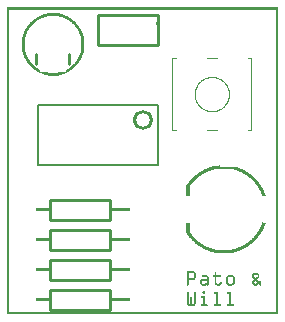
<source format=gto>
G04 MADE WITH FRITZING*
G04 WWW.FRITZING.ORG*
G04 DOUBLE SIDED*
G04 HOLES PLATED*
G04 CONTOUR ON CENTER OF CONTOUR VECTOR*
%ASAXBY*%
%FSLAX23Y23*%
%MOIN*%
%OFA0B0*%
%SFA1.0B1.0*%
%ADD10C,0.066567X0.046567*%
%ADD11C,0.010000*%
%ADD12C,0.008000*%
%ADD13R,0.001000X0.001000*%
%LNSILK1*%
G90*
G70*
G54D10*
X455Y650D03*
G54D11*
X345Y317D02*
X145Y317D01*
D02*
X145Y317D02*
X145Y383D01*
D02*
X145Y383D02*
X345Y383D01*
D02*
X345Y383D02*
X345Y317D01*
D02*
X345Y217D02*
X145Y217D01*
D02*
X145Y217D02*
X145Y283D01*
D02*
X145Y283D02*
X345Y283D01*
D02*
X345Y283D02*
X345Y217D01*
D02*
X345Y17D02*
X145Y17D01*
D02*
X145Y17D02*
X145Y83D01*
D02*
X145Y83D02*
X345Y83D01*
D02*
X345Y83D02*
X345Y17D01*
D02*
X345Y117D02*
X145Y117D01*
D02*
X145Y117D02*
X145Y183D01*
D02*
X145Y183D02*
X345Y183D01*
D02*
X345Y183D02*
X345Y117D01*
D02*
X505Y1000D02*
X305Y1000D01*
D02*
X305Y1000D02*
X305Y900D01*
D02*
X305Y900D02*
X505Y900D01*
D02*
X505Y900D02*
X505Y1000D01*
G54D12*
D02*
X505Y500D02*
X105Y500D01*
D02*
X505Y500D02*
X505Y660D01*
D02*
X105Y500D02*
X105Y700D01*
D02*
X505Y700D02*
X105Y700D01*
D02*
X505Y700D02*
X505Y660D01*
D02*
X505Y660D02*
X505Y640D01*
G54D13*
X0Y1024D02*
X904Y1024D01*
X0Y1023D02*
X904Y1023D01*
X0Y1022D02*
X904Y1022D01*
X0Y1021D02*
X904Y1021D01*
X0Y1020D02*
X904Y1020D01*
X0Y1019D02*
X904Y1019D01*
X0Y1018D02*
X904Y1018D01*
X0Y1017D02*
X904Y1017D01*
X0Y1016D02*
X7Y1016D01*
X897Y1016D02*
X904Y1016D01*
X0Y1015D02*
X7Y1015D01*
X897Y1015D02*
X904Y1015D01*
X0Y1014D02*
X7Y1014D01*
X897Y1014D02*
X904Y1014D01*
X0Y1013D02*
X7Y1013D01*
X897Y1013D02*
X904Y1013D01*
X0Y1012D02*
X7Y1012D01*
X897Y1012D02*
X904Y1012D01*
X0Y1011D02*
X7Y1011D01*
X897Y1011D02*
X904Y1011D01*
X0Y1010D02*
X7Y1010D01*
X897Y1010D02*
X904Y1010D01*
X0Y1009D02*
X7Y1009D01*
X897Y1009D02*
X904Y1009D01*
X0Y1008D02*
X7Y1008D01*
X897Y1008D02*
X904Y1008D01*
X0Y1007D02*
X7Y1007D01*
X897Y1007D02*
X904Y1007D01*
X0Y1006D02*
X7Y1006D01*
X148Y1006D02*
X160Y1006D01*
X897Y1006D02*
X904Y1006D01*
X0Y1005D02*
X7Y1005D01*
X139Y1005D02*
X169Y1005D01*
X897Y1005D02*
X904Y1005D01*
X0Y1004D02*
X7Y1004D01*
X133Y1004D02*
X175Y1004D01*
X897Y1004D02*
X904Y1004D01*
X0Y1003D02*
X7Y1003D01*
X129Y1003D02*
X179Y1003D01*
X897Y1003D02*
X904Y1003D01*
X0Y1002D02*
X7Y1002D01*
X125Y1002D02*
X183Y1002D01*
X470Y1002D02*
X471Y1002D01*
X897Y1002D02*
X904Y1002D01*
X0Y1001D02*
X7Y1001D01*
X122Y1001D02*
X186Y1001D01*
X469Y1001D02*
X472Y1001D01*
X897Y1001D02*
X904Y1001D01*
X0Y1000D02*
X7Y1000D01*
X119Y1000D02*
X189Y1000D01*
X468Y1000D02*
X473Y1000D01*
X897Y1000D02*
X904Y1000D01*
X0Y999D02*
X7Y999D01*
X117Y999D02*
X191Y999D01*
X468Y999D02*
X474Y999D01*
X897Y999D02*
X904Y999D01*
X0Y998D02*
X7Y998D01*
X114Y998D02*
X194Y998D01*
X469Y998D02*
X475Y998D01*
X897Y998D02*
X904Y998D01*
X0Y997D02*
X7Y997D01*
X112Y997D02*
X196Y997D01*
X470Y997D02*
X476Y997D01*
X897Y997D02*
X904Y997D01*
X0Y996D02*
X7Y996D01*
X110Y996D02*
X147Y996D01*
X161Y996D02*
X198Y996D01*
X471Y996D02*
X477Y996D01*
X897Y996D02*
X904Y996D01*
X0Y995D02*
X7Y995D01*
X108Y995D02*
X138Y995D01*
X170Y995D02*
X200Y995D01*
X897Y995D02*
X904Y995D01*
X0Y994D02*
X7Y994D01*
X106Y994D02*
X133Y994D01*
X175Y994D02*
X202Y994D01*
X897Y994D02*
X904Y994D01*
X0Y993D02*
X7Y993D01*
X104Y993D02*
X128Y993D01*
X180Y993D02*
X204Y993D01*
X897Y993D02*
X904Y993D01*
X0Y992D02*
X7Y992D01*
X102Y992D02*
X125Y992D01*
X183Y992D02*
X206Y992D01*
X897Y992D02*
X904Y992D01*
X0Y991D02*
X7Y991D01*
X101Y991D02*
X122Y991D01*
X186Y991D02*
X207Y991D01*
X897Y991D02*
X904Y991D01*
X0Y990D02*
X7Y990D01*
X99Y990D02*
X119Y990D01*
X189Y990D02*
X209Y990D01*
X897Y990D02*
X904Y990D01*
X0Y989D02*
X7Y989D01*
X97Y989D02*
X117Y989D01*
X191Y989D02*
X211Y989D01*
X897Y989D02*
X904Y989D01*
X0Y988D02*
X7Y988D01*
X96Y988D02*
X114Y988D01*
X194Y988D02*
X212Y988D01*
X897Y988D02*
X904Y988D01*
X0Y987D02*
X7Y987D01*
X95Y987D02*
X112Y987D01*
X196Y987D02*
X213Y987D01*
X897Y987D02*
X904Y987D01*
X0Y986D02*
X7Y986D01*
X93Y986D02*
X110Y986D01*
X198Y986D02*
X215Y986D01*
X897Y986D02*
X904Y986D01*
X0Y985D02*
X7Y985D01*
X92Y985D02*
X108Y985D01*
X200Y985D02*
X216Y985D01*
X897Y985D02*
X904Y985D01*
X0Y984D02*
X7Y984D01*
X90Y984D02*
X106Y984D01*
X202Y984D02*
X217Y984D01*
X897Y984D02*
X904Y984D01*
X0Y983D02*
X7Y983D01*
X89Y983D02*
X105Y983D01*
X203Y983D02*
X219Y983D01*
X897Y983D02*
X904Y983D01*
X0Y982D02*
X7Y982D01*
X88Y982D02*
X103Y982D01*
X205Y982D02*
X220Y982D01*
X897Y982D02*
X904Y982D01*
X0Y981D02*
X7Y981D01*
X87Y981D02*
X101Y981D01*
X207Y981D02*
X221Y981D01*
X897Y981D02*
X904Y981D01*
X0Y980D02*
X7Y980D01*
X86Y980D02*
X100Y980D01*
X208Y980D02*
X222Y980D01*
X897Y980D02*
X904Y980D01*
X0Y979D02*
X7Y979D01*
X85Y979D02*
X98Y979D01*
X210Y979D02*
X223Y979D01*
X897Y979D02*
X904Y979D01*
X0Y978D02*
X7Y978D01*
X83Y978D02*
X97Y978D01*
X211Y978D02*
X225Y978D01*
X897Y978D02*
X904Y978D01*
X0Y977D02*
X7Y977D01*
X82Y977D02*
X96Y977D01*
X212Y977D02*
X226Y977D01*
X897Y977D02*
X904Y977D01*
X0Y976D02*
X7Y976D01*
X81Y976D02*
X94Y976D01*
X214Y976D02*
X227Y976D01*
X897Y976D02*
X904Y976D01*
X0Y975D02*
X7Y975D01*
X80Y975D02*
X93Y975D01*
X215Y975D02*
X228Y975D01*
X498Y975D02*
X498Y975D01*
X897Y975D02*
X904Y975D01*
X0Y974D02*
X7Y974D01*
X79Y974D02*
X92Y974D01*
X216Y974D02*
X229Y974D01*
X498Y974D02*
X499Y974D01*
X897Y974D02*
X904Y974D01*
X0Y973D02*
X7Y973D01*
X78Y973D02*
X91Y973D01*
X217Y973D02*
X230Y973D01*
X498Y973D02*
X500Y973D01*
X897Y973D02*
X904Y973D01*
X0Y972D02*
X7Y972D01*
X77Y972D02*
X90Y972D01*
X218Y972D02*
X231Y972D01*
X498Y972D02*
X501Y972D01*
X897Y972D02*
X904Y972D01*
X0Y971D02*
X7Y971D01*
X77Y971D02*
X89Y971D01*
X219Y971D02*
X231Y971D01*
X498Y971D02*
X502Y971D01*
X897Y971D02*
X904Y971D01*
X0Y970D02*
X7Y970D01*
X76Y970D02*
X87Y970D01*
X221Y970D02*
X232Y970D01*
X498Y970D02*
X503Y970D01*
X897Y970D02*
X904Y970D01*
X0Y969D02*
X7Y969D01*
X75Y969D02*
X86Y969D01*
X222Y969D02*
X233Y969D01*
X498Y969D02*
X504Y969D01*
X897Y969D02*
X904Y969D01*
X0Y968D02*
X7Y968D01*
X74Y968D02*
X85Y968D01*
X223Y968D02*
X234Y968D01*
X499Y968D02*
X505Y968D01*
X897Y968D02*
X904Y968D01*
X0Y967D02*
X7Y967D01*
X73Y967D02*
X84Y967D01*
X224Y967D02*
X235Y967D01*
X500Y967D02*
X504Y967D01*
X897Y967D02*
X904Y967D01*
X0Y966D02*
X7Y966D01*
X72Y966D02*
X84Y966D01*
X224Y966D02*
X236Y966D01*
X501Y966D02*
X503Y966D01*
X897Y966D02*
X904Y966D01*
X0Y965D02*
X7Y965D01*
X72Y965D02*
X83Y965D01*
X225Y965D02*
X236Y965D01*
X502Y965D02*
X502Y965D01*
X897Y965D02*
X904Y965D01*
X0Y964D02*
X7Y964D01*
X71Y964D02*
X82Y964D01*
X226Y964D02*
X237Y964D01*
X897Y964D02*
X904Y964D01*
X0Y963D02*
X7Y963D01*
X70Y963D02*
X81Y963D01*
X227Y963D02*
X238Y963D01*
X897Y963D02*
X904Y963D01*
X0Y962D02*
X7Y962D01*
X69Y962D02*
X80Y962D01*
X228Y962D02*
X239Y962D01*
X897Y962D02*
X904Y962D01*
X0Y961D02*
X7Y961D01*
X69Y961D02*
X79Y961D01*
X229Y961D02*
X239Y961D01*
X897Y961D02*
X904Y961D01*
X0Y960D02*
X7Y960D01*
X68Y960D02*
X78Y960D01*
X230Y960D02*
X240Y960D01*
X897Y960D02*
X904Y960D01*
X0Y959D02*
X7Y959D01*
X67Y959D02*
X78Y959D01*
X230Y959D02*
X241Y959D01*
X897Y959D02*
X904Y959D01*
X0Y958D02*
X7Y958D01*
X67Y958D02*
X77Y958D01*
X231Y958D02*
X241Y958D01*
X897Y958D02*
X904Y958D01*
X0Y957D02*
X7Y957D01*
X66Y957D02*
X76Y957D01*
X232Y957D02*
X242Y957D01*
X897Y957D02*
X904Y957D01*
X0Y956D02*
X7Y956D01*
X65Y956D02*
X76Y956D01*
X232Y956D02*
X243Y956D01*
X897Y956D02*
X904Y956D01*
X0Y955D02*
X7Y955D01*
X65Y955D02*
X75Y955D01*
X233Y955D02*
X243Y955D01*
X897Y955D02*
X904Y955D01*
X0Y954D02*
X7Y954D01*
X64Y954D02*
X74Y954D01*
X234Y954D02*
X244Y954D01*
X897Y954D02*
X904Y954D01*
X0Y953D02*
X7Y953D01*
X64Y953D02*
X74Y953D01*
X234Y953D02*
X244Y953D01*
X897Y953D02*
X904Y953D01*
X0Y952D02*
X7Y952D01*
X63Y952D02*
X73Y952D01*
X235Y952D02*
X245Y952D01*
X897Y952D02*
X904Y952D01*
X0Y951D02*
X7Y951D01*
X62Y951D02*
X72Y951D01*
X236Y951D02*
X246Y951D01*
X897Y951D02*
X904Y951D01*
X0Y950D02*
X7Y950D01*
X62Y950D02*
X72Y950D01*
X236Y950D02*
X246Y950D01*
X897Y950D02*
X904Y950D01*
X0Y949D02*
X7Y949D01*
X61Y949D02*
X71Y949D01*
X237Y949D02*
X247Y949D01*
X897Y949D02*
X904Y949D01*
X0Y948D02*
X7Y948D01*
X61Y948D02*
X71Y948D01*
X237Y948D02*
X247Y948D01*
X897Y948D02*
X904Y948D01*
X0Y947D02*
X7Y947D01*
X60Y947D02*
X70Y947D01*
X238Y947D02*
X248Y947D01*
X897Y947D02*
X904Y947D01*
X0Y946D02*
X7Y946D01*
X60Y946D02*
X69Y946D01*
X239Y946D02*
X248Y946D01*
X897Y946D02*
X904Y946D01*
X0Y945D02*
X7Y945D01*
X59Y945D02*
X69Y945D01*
X239Y945D02*
X249Y945D01*
X897Y945D02*
X904Y945D01*
X0Y944D02*
X7Y944D01*
X59Y944D02*
X68Y944D01*
X240Y944D02*
X249Y944D01*
X897Y944D02*
X904Y944D01*
X0Y943D02*
X7Y943D01*
X58Y943D02*
X68Y943D01*
X240Y943D02*
X250Y943D01*
X897Y943D02*
X904Y943D01*
X0Y942D02*
X7Y942D01*
X58Y942D02*
X67Y942D01*
X241Y942D02*
X250Y942D01*
X897Y942D02*
X904Y942D01*
X0Y941D02*
X7Y941D01*
X58Y941D02*
X67Y941D01*
X241Y941D02*
X250Y941D01*
X897Y941D02*
X904Y941D01*
X0Y940D02*
X7Y940D01*
X57Y940D02*
X67Y940D01*
X241Y940D02*
X251Y940D01*
X897Y940D02*
X904Y940D01*
X0Y939D02*
X7Y939D01*
X57Y939D02*
X66Y939D01*
X242Y939D02*
X251Y939D01*
X897Y939D02*
X904Y939D01*
X0Y938D02*
X7Y938D01*
X56Y938D02*
X66Y938D01*
X242Y938D02*
X252Y938D01*
X897Y938D02*
X904Y938D01*
X0Y937D02*
X7Y937D01*
X56Y937D02*
X65Y937D01*
X243Y937D02*
X252Y937D01*
X897Y937D02*
X904Y937D01*
X0Y936D02*
X7Y936D01*
X56Y936D02*
X65Y936D01*
X243Y936D02*
X252Y936D01*
X897Y936D02*
X904Y936D01*
X0Y935D02*
X7Y935D01*
X55Y935D02*
X65Y935D01*
X243Y935D02*
X253Y935D01*
X897Y935D02*
X904Y935D01*
X0Y934D02*
X7Y934D01*
X55Y934D02*
X64Y934D01*
X244Y934D02*
X253Y934D01*
X897Y934D02*
X904Y934D01*
X0Y933D02*
X7Y933D01*
X55Y933D02*
X64Y933D01*
X244Y933D02*
X253Y933D01*
X897Y933D02*
X904Y933D01*
X0Y932D02*
X7Y932D01*
X54Y932D02*
X63Y932D01*
X244Y932D02*
X254Y932D01*
X897Y932D02*
X904Y932D01*
X0Y931D02*
X7Y931D01*
X54Y931D02*
X63Y931D01*
X245Y931D02*
X254Y931D01*
X897Y931D02*
X904Y931D01*
X0Y930D02*
X7Y930D01*
X54Y930D02*
X63Y930D01*
X245Y930D02*
X254Y930D01*
X897Y930D02*
X904Y930D01*
X0Y929D02*
X7Y929D01*
X53Y929D02*
X63Y929D01*
X245Y929D02*
X255Y929D01*
X897Y929D02*
X904Y929D01*
X0Y928D02*
X7Y928D01*
X53Y928D02*
X62Y928D01*
X246Y928D02*
X255Y928D01*
X897Y928D02*
X904Y928D01*
X0Y927D02*
X7Y927D01*
X53Y927D02*
X62Y927D01*
X246Y927D02*
X255Y927D01*
X897Y927D02*
X904Y927D01*
X0Y926D02*
X7Y926D01*
X53Y926D02*
X62Y926D01*
X246Y926D02*
X255Y926D01*
X897Y926D02*
X904Y926D01*
X0Y925D02*
X7Y925D01*
X52Y925D02*
X61Y925D01*
X247Y925D02*
X256Y925D01*
X897Y925D02*
X904Y925D01*
X0Y924D02*
X7Y924D01*
X52Y924D02*
X61Y924D01*
X247Y924D02*
X256Y924D01*
X897Y924D02*
X904Y924D01*
X0Y923D02*
X7Y923D01*
X52Y923D02*
X61Y923D01*
X247Y923D02*
X256Y923D01*
X897Y923D02*
X904Y923D01*
X0Y922D02*
X7Y922D01*
X52Y922D02*
X61Y922D01*
X247Y922D02*
X256Y922D01*
X897Y922D02*
X904Y922D01*
X0Y921D02*
X7Y921D01*
X51Y921D02*
X61Y921D01*
X247Y921D02*
X257Y921D01*
X897Y921D02*
X904Y921D01*
X0Y920D02*
X7Y920D01*
X51Y920D02*
X60Y920D01*
X248Y920D02*
X257Y920D01*
X897Y920D02*
X904Y920D01*
X0Y919D02*
X7Y919D01*
X51Y919D02*
X60Y919D01*
X248Y919D02*
X257Y919D01*
X897Y919D02*
X904Y919D01*
X0Y918D02*
X7Y918D01*
X51Y918D02*
X60Y918D01*
X248Y918D02*
X257Y918D01*
X897Y918D02*
X904Y918D01*
X0Y917D02*
X7Y917D01*
X51Y917D02*
X60Y917D01*
X248Y917D02*
X257Y917D01*
X897Y917D02*
X904Y917D01*
X0Y916D02*
X7Y916D01*
X51Y916D02*
X60Y916D01*
X248Y916D02*
X257Y916D01*
X897Y916D02*
X904Y916D01*
X0Y915D02*
X7Y915D01*
X51Y915D02*
X60Y915D01*
X248Y915D02*
X257Y915D01*
X897Y915D02*
X904Y915D01*
X0Y914D02*
X7Y914D01*
X50Y914D02*
X59Y914D01*
X249Y914D02*
X258Y914D01*
X897Y914D02*
X904Y914D01*
X0Y913D02*
X7Y913D01*
X50Y913D02*
X59Y913D01*
X249Y913D02*
X258Y913D01*
X897Y913D02*
X904Y913D01*
X0Y912D02*
X7Y912D01*
X50Y912D02*
X59Y912D01*
X249Y912D02*
X258Y912D01*
X897Y912D02*
X904Y912D01*
X0Y911D02*
X7Y911D01*
X50Y911D02*
X59Y911D01*
X249Y911D02*
X258Y911D01*
X897Y911D02*
X904Y911D01*
X0Y910D02*
X7Y910D01*
X50Y910D02*
X59Y910D01*
X249Y910D02*
X258Y910D01*
X897Y910D02*
X904Y910D01*
X0Y909D02*
X7Y909D01*
X50Y909D02*
X59Y909D01*
X249Y909D02*
X258Y909D01*
X897Y909D02*
X904Y909D01*
X0Y908D02*
X7Y908D01*
X50Y908D02*
X59Y908D01*
X249Y908D02*
X258Y908D01*
X897Y908D02*
X904Y908D01*
X0Y907D02*
X7Y907D01*
X50Y907D02*
X59Y907D01*
X249Y907D02*
X258Y907D01*
X897Y907D02*
X904Y907D01*
X0Y906D02*
X7Y906D01*
X50Y906D02*
X59Y906D01*
X249Y906D02*
X258Y906D01*
X897Y906D02*
X904Y906D01*
X0Y905D02*
X7Y905D01*
X50Y905D02*
X59Y905D01*
X249Y905D02*
X258Y905D01*
X897Y905D02*
X904Y905D01*
X0Y904D02*
X7Y904D01*
X50Y904D02*
X59Y904D01*
X249Y904D02*
X258Y904D01*
X897Y904D02*
X904Y904D01*
X0Y903D02*
X7Y903D01*
X50Y903D02*
X59Y903D01*
X249Y903D02*
X258Y903D01*
X897Y903D02*
X904Y903D01*
X0Y902D02*
X7Y902D01*
X50Y902D02*
X59Y902D01*
X249Y902D02*
X258Y902D01*
X897Y902D02*
X904Y902D01*
X0Y901D02*
X7Y901D01*
X50Y901D02*
X59Y901D01*
X249Y901D02*
X258Y901D01*
X897Y901D02*
X904Y901D01*
X0Y900D02*
X7Y900D01*
X50Y900D02*
X59Y900D01*
X249Y900D02*
X258Y900D01*
X897Y900D02*
X904Y900D01*
X0Y899D02*
X7Y899D01*
X50Y899D02*
X59Y899D01*
X249Y899D02*
X258Y899D01*
X897Y899D02*
X904Y899D01*
X0Y898D02*
X7Y898D01*
X50Y898D02*
X59Y898D01*
X249Y898D02*
X258Y898D01*
X897Y898D02*
X904Y898D01*
X0Y897D02*
X7Y897D01*
X50Y897D02*
X59Y897D01*
X249Y897D02*
X258Y897D01*
X897Y897D02*
X904Y897D01*
X0Y896D02*
X7Y896D01*
X50Y896D02*
X59Y896D01*
X249Y896D02*
X258Y896D01*
X897Y896D02*
X904Y896D01*
X0Y895D02*
X7Y895D01*
X50Y895D02*
X59Y895D01*
X249Y895D02*
X258Y895D01*
X897Y895D02*
X904Y895D01*
X0Y894D02*
X7Y894D01*
X50Y894D02*
X59Y894D01*
X249Y894D02*
X258Y894D01*
X897Y894D02*
X904Y894D01*
X0Y893D02*
X7Y893D01*
X50Y893D02*
X59Y893D01*
X249Y893D02*
X258Y893D01*
X897Y893D02*
X904Y893D01*
X0Y892D02*
X7Y892D01*
X50Y892D02*
X59Y892D01*
X249Y892D02*
X258Y892D01*
X897Y892D02*
X904Y892D01*
X0Y891D02*
X7Y891D01*
X50Y891D02*
X59Y891D01*
X249Y891D02*
X258Y891D01*
X897Y891D02*
X904Y891D01*
X0Y890D02*
X7Y890D01*
X50Y890D02*
X59Y890D01*
X249Y890D02*
X258Y890D01*
X897Y890D02*
X904Y890D01*
X0Y889D02*
X7Y889D01*
X50Y889D02*
X59Y889D01*
X249Y889D02*
X258Y889D01*
X897Y889D02*
X904Y889D01*
X0Y888D02*
X7Y888D01*
X50Y888D02*
X59Y888D01*
X249Y888D02*
X258Y888D01*
X897Y888D02*
X904Y888D01*
X0Y887D02*
X7Y887D01*
X51Y887D02*
X60Y887D01*
X248Y887D02*
X257Y887D01*
X897Y887D02*
X904Y887D01*
X0Y886D02*
X7Y886D01*
X51Y886D02*
X60Y886D01*
X248Y886D02*
X257Y886D01*
X897Y886D02*
X904Y886D01*
X0Y885D02*
X7Y885D01*
X51Y885D02*
X60Y885D01*
X248Y885D02*
X257Y885D01*
X897Y885D02*
X904Y885D01*
X0Y884D02*
X7Y884D01*
X51Y884D02*
X60Y884D01*
X248Y884D02*
X257Y884D01*
X897Y884D02*
X904Y884D01*
X0Y883D02*
X7Y883D01*
X51Y883D02*
X60Y883D01*
X248Y883D02*
X257Y883D01*
X897Y883D02*
X904Y883D01*
X0Y882D02*
X7Y882D01*
X51Y882D02*
X60Y882D01*
X248Y882D02*
X257Y882D01*
X897Y882D02*
X904Y882D01*
X0Y881D02*
X7Y881D01*
X52Y881D02*
X61Y881D01*
X247Y881D02*
X256Y881D01*
X897Y881D02*
X904Y881D01*
X0Y880D02*
X7Y880D01*
X52Y880D02*
X61Y880D01*
X247Y880D02*
X256Y880D01*
X897Y880D02*
X904Y880D01*
X0Y879D02*
X7Y879D01*
X52Y879D02*
X61Y879D01*
X247Y879D02*
X256Y879D01*
X897Y879D02*
X904Y879D01*
X0Y878D02*
X7Y878D01*
X52Y878D02*
X61Y878D01*
X247Y878D02*
X256Y878D01*
X897Y878D02*
X904Y878D01*
X0Y877D02*
X7Y877D01*
X53Y877D02*
X62Y877D01*
X246Y877D02*
X255Y877D01*
X897Y877D02*
X904Y877D01*
X0Y876D02*
X7Y876D01*
X53Y876D02*
X62Y876D01*
X246Y876D02*
X255Y876D01*
X897Y876D02*
X904Y876D01*
X0Y875D02*
X7Y875D01*
X53Y875D02*
X62Y875D01*
X246Y875D02*
X255Y875D01*
X897Y875D02*
X904Y875D01*
X0Y874D02*
X7Y874D01*
X53Y874D02*
X62Y874D01*
X246Y874D02*
X255Y874D01*
X897Y874D02*
X904Y874D01*
X0Y873D02*
X7Y873D01*
X54Y873D02*
X63Y873D01*
X245Y873D02*
X254Y873D01*
X897Y873D02*
X904Y873D01*
X0Y872D02*
X7Y872D01*
X54Y872D02*
X63Y872D01*
X245Y872D02*
X254Y872D01*
X897Y872D02*
X904Y872D01*
X0Y871D02*
X7Y871D01*
X54Y871D02*
X63Y871D01*
X97Y871D02*
X101Y871D01*
X207Y871D02*
X211Y871D01*
X245Y871D02*
X254Y871D01*
X897Y871D02*
X904Y871D01*
X0Y870D02*
X7Y870D01*
X54Y870D02*
X64Y870D01*
X95Y870D02*
X103Y870D01*
X205Y870D02*
X213Y870D01*
X244Y870D02*
X254Y870D01*
X897Y870D02*
X904Y870D01*
X0Y869D02*
X7Y869D01*
X55Y869D02*
X64Y869D01*
X95Y869D02*
X103Y869D01*
X205Y869D02*
X213Y869D01*
X244Y869D02*
X253Y869D01*
X897Y869D02*
X904Y869D01*
X0Y868D02*
X7Y868D01*
X55Y868D02*
X64Y868D01*
X94Y868D02*
X104Y868D01*
X204Y868D02*
X214Y868D01*
X244Y868D02*
X253Y868D01*
X897Y868D02*
X904Y868D01*
X0Y867D02*
X7Y867D01*
X55Y867D02*
X65Y867D01*
X94Y867D02*
X104Y867D01*
X204Y867D02*
X214Y867D01*
X243Y867D02*
X253Y867D01*
X897Y867D02*
X904Y867D01*
X0Y866D02*
X7Y866D01*
X56Y866D02*
X65Y866D01*
X94Y866D02*
X104Y866D01*
X204Y866D02*
X214Y866D01*
X243Y866D02*
X252Y866D01*
X897Y866D02*
X904Y866D01*
X0Y865D02*
X7Y865D01*
X56Y865D02*
X66Y865D01*
X94Y865D02*
X104Y865D01*
X204Y865D02*
X214Y865D01*
X242Y865D02*
X252Y865D01*
X897Y865D02*
X904Y865D01*
X0Y864D02*
X7Y864D01*
X57Y864D02*
X66Y864D01*
X94Y864D02*
X104Y864D01*
X204Y864D02*
X214Y864D01*
X242Y864D02*
X251Y864D01*
X897Y864D02*
X904Y864D01*
X0Y863D02*
X7Y863D01*
X57Y863D02*
X66Y863D01*
X94Y863D02*
X104Y863D01*
X204Y863D02*
X214Y863D01*
X242Y863D02*
X251Y863D01*
X897Y863D02*
X904Y863D01*
X0Y862D02*
X7Y862D01*
X57Y862D02*
X67Y862D01*
X94Y862D02*
X104Y862D01*
X204Y862D02*
X214Y862D01*
X241Y862D02*
X251Y862D01*
X897Y862D02*
X904Y862D01*
X0Y861D02*
X7Y861D01*
X58Y861D02*
X67Y861D01*
X94Y861D02*
X104Y861D01*
X204Y861D02*
X214Y861D01*
X241Y861D02*
X250Y861D01*
X897Y861D02*
X904Y861D01*
X0Y860D02*
X7Y860D01*
X58Y860D02*
X68Y860D01*
X94Y860D02*
X104Y860D01*
X204Y860D02*
X214Y860D01*
X240Y860D02*
X250Y860D01*
X897Y860D02*
X904Y860D01*
X0Y859D02*
X7Y859D01*
X59Y859D02*
X68Y859D01*
X94Y859D02*
X104Y859D01*
X204Y859D02*
X214Y859D01*
X240Y859D02*
X249Y859D01*
X897Y859D02*
X904Y859D01*
X0Y858D02*
X7Y858D01*
X59Y858D02*
X69Y858D01*
X94Y858D02*
X104Y858D01*
X204Y858D02*
X214Y858D01*
X239Y858D02*
X249Y858D01*
X897Y858D02*
X904Y858D01*
X0Y857D02*
X7Y857D01*
X60Y857D02*
X69Y857D01*
X94Y857D02*
X104Y857D01*
X204Y857D02*
X214Y857D01*
X239Y857D02*
X248Y857D01*
X897Y857D02*
X904Y857D01*
X0Y856D02*
X7Y856D01*
X60Y856D02*
X70Y856D01*
X94Y856D02*
X104Y856D01*
X204Y856D02*
X214Y856D01*
X238Y856D02*
X248Y856D01*
X553Y856D02*
X565Y856D01*
X667Y856D02*
X702Y856D01*
X805Y856D02*
X817Y856D01*
X897Y856D02*
X904Y856D01*
X0Y855D02*
X7Y855D01*
X61Y855D02*
X70Y855D01*
X94Y855D02*
X104Y855D01*
X204Y855D02*
X214Y855D01*
X238Y855D02*
X247Y855D01*
X552Y855D02*
X566Y855D01*
X666Y855D02*
X704Y855D01*
X804Y855D02*
X818Y855D01*
X897Y855D02*
X904Y855D01*
X0Y854D02*
X7Y854D01*
X61Y854D02*
X71Y854D01*
X94Y854D02*
X104Y854D01*
X204Y854D02*
X214Y854D01*
X237Y854D02*
X247Y854D01*
X552Y854D02*
X566Y854D01*
X666Y854D02*
X704Y854D01*
X803Y854D02*
X818Y854D01*
X897Y854D02*
X904Y854D01*
X0Y853D02*
X7Y853D01*
X62Y853D02*
X71Y853D01*
X94Y853D02*
X104Y853D01*
X204Y853D02*
X214Y853D01*
X237Y853D02*
X246Y853D01*
X552Y853D02*
X566Y853D01*
X666Y853D02*
X704Y853D01*
X804Y853D02*
X818Y853D01*
X897Y853D02*
X904Y853D01*
X0Y852D02*
X7Y852D01*
X62Y852D02*
X72Y852D01*
X94Y852D02*
X104Y852D01*
X204Y852D02*
X214Y852D01*
X236Y852D02*
X246Y852D01*
X552Y852D02*
X555Y852D01*
X815Y852D02*
X818Y852D01*
X897Y852D02*
X904Y852D01*
X0Y851D02*
X7Y851D01*
X63Y851D02*
X73Y851D01*
X94Y851D02*
X104Y851D01*
X204Y851D02*
X214Y851D01*
X235Y851D02*
X245Y851D01*
X552Y851D02*
X554Y851D01*
X815Y851D02*
X818Y851D01*
X897Y851D02*
X904Y851D01*
X0Y850D02*
X7Y850D01*
X63Y850D02*
X73Y850D01*
X94Y850D02*
X104Y850D01*
X204Y850D02*
X214Y850D01*
X235Y850D02*
X245Y850D01*
X552Y850D02*
X554Y850D01*
X815Y850D02*
X818Y850D01*
X897Y850D02*
X904Y850D01*
X0Y849D02*
X7Y849D01*
X64Y849D02*
X74Y849D01*
X94Y849D02*
X104Y849D01*
X204Y849D02*
X214Y849D01*
X234Y849D02*
X244Y849D01*
X552Y849D02*
X554Y849D01*
X815Y849D02*
X818Y849D01*
X897Y849D02*
X904Y849D01*
X0Y848D02*
X7Y848D01*
X64Y848D02*
X75Y848D01*
X94Y848D02*
X104Y848D01*
X204Y848D02*
X214Y848D01*
X233Y848D02*
X244Y848D01*
X552Y848D02*
X554Y848D01*
X815Y848D02*
X818Y848D01*
X897Y848D02*
X904Y848D01*
X0Y847D02*
X7Y847D01*
X65Y847D02*
X75Y847D01*
X94Y847D02*
X104Y847D01*
X204Y847D02*
X214Y847D01*
X233Y847D02*
X243Y847D01*
X552Y847D02*
X554Y847D01*
X815Y847D02*
X818Y847D01*
X897Y847D02*
X904Y847D01*
X0Y846D02*
X7Y846D01*
X66Y846D02*
X76Y846D01*
X94Y846D02*
X104Y846D01*
X204Y846D02*
X214Y846D01*
X232Y846D02*
X242Y846D01*
X552Y846D02*
X554Y846D01*
X815Y846D02*
X818Y846D01*
X897Y846D02*
X904Y846D01*
X0Y845D02*
X7Y845D01*
X66Y845D02*
X77Y845D01*
X94Y845D02*
X104Y845D01*
X204Y845D02*
X214Y845D01*
X231Y845D02*
X242Y845D01*
X552Y845D02*
X554Y845D01*
X815Y845D02*
X818Y845D01*
X897Y845D02*
X904Y845D01*
X0Y844D02*
X7Y844D01*
X67Y844D02*
X77Y844D01*
X94Y844D02*
X104Y844D01*
X204Y844D02*
X214Y844D01*
X231Y844D02*
X241Y844D01*
X552Y844D02*
X554Y844D01*
X815Y844D02*
X818Y844D01*
X897Y844D02*
X904Y844D01*
X0Y843D02*
X7Y843D01*
X68Y843D02*
X78Y843D01*
X94Y843D02*
X104Y843D01*
X204Y843D02*
X214Y843D01*
X230Y843D02*
X240Y843D01*
X552Y843D02*
X554Y843D01*
X815Y843D02*
X818Y843D01*
X897Y843D02*
X904Y843D01*
X0Y842D02*
X7Y842D01*
X68Y842D02*
X79Y842D01*
X94Y842D02*
X104Y842D01*
X204Y842D02*
X214Y842D01*
X229Y842D02*
X240Y842D01*
X552Y842D02*
X554Y842D01*
X815Y842D02*
X818Y842D01*
X897Y842D02*
X904Y842D01*
X0Y841D02*
X7Y841D01*
X69Y841D02*
X80Y841D01*
X94Y841D02*
X104Y841D01*
X204Y841D02*
X214Y841D01*
X228Y841D02*
X239Y841D01*
X552Y841D02*
X554Y841D01*
X815Y841D02*
X818Y841D01*
X897Y841D02*
X904Y841D01*
X0Y840D02*
X7Y840D01*
X70Y840D02*
X81Y840D01*
X94Y840D02*
X104Y840D01*
X204Y840D02*
X214Y840D01*
X227Y840D02*
X238Y840D01*
X552Y840D02*
X554Y840D01*
X815Y840D02*
X818Y840D01*
X897Y840D02*
X904Y840D01*
X0Y839D02*
X7Y839D01*
X70Y839D02*
X81Y839D01*
X94Y839D02*
X104Y839D01*
X204Y839D02*
X214Y839D01*
X227Y839D02*
X238Y839D01*
X552Y839D02*
X554Y839D01*
X815Y839D02*
X818Y839D01*
X897Y839D02*
X904Y839D01*
X0Y838D02*
X7Y838D01*
X71Y838D02*
X82Y838D01*
X94Y838D02*
X104Y838D01*
X204Y838D02*
X214Y838D01*
X226Y838D02*
X237Y838D01*
X552Y838D02*
X554Y838D01*
X815Y838D02*
X818Y838D01*
X897Y838D02*
X904Y838D01*
X0Y837D02*
X7Y837D01*
X72Y837D02*
X83Y837D01*
X94Y837D02*
X104Y837D01*
X204Y837D02*
X214Y837D01*
X225Y837D02*
X236Y837D01*
X552Y837D02*
X554Y837D01*
X815Y837D02*
X818Y837D01*
X897Y837D02*
X904Y837D01*
X0Y836D02*
X7Y836D01*
X73Y836D02*
X84Y836D01*
X94Y836D02*
X104Y836D01*
X204Y836D02*
X214Y836D01*
X224Y836D02*
X235Y836D01*
X552Y836D02*
X554Y836D01*
X815Y836D02*
X818Y836D01*
X897Y836D02*
X904Y836D01*
X0Y835D02*
X7Y835D01*
X74Y835D02*
X85Y835D01*
X94Y835D02*
X104Y835D01*
X204Y835D02*
X214Y835D01*
X223Y835D02*
X234Y835D01*
X552Y835D02*
X554Y835D01*
X815Y835D02*
X818Y835D01*
X897Y835D02*
X904Y835D01*
X0Y834D02*
X7Y834D01*
X74Y834D02*
X86Y834D01*
X95Y834D02*
X103Y834D01*
X204Y834D02*
X213Y834D01*
X222Y834D02*
X234Y834D01*
X552Y834D02*
X554Y834D01*
X815Y834D02*
X818Y834D01*
X897Y834D02*
X904Y834D01*
X0Y833D02*
X7Y833D01*
X75Y833D02*
X87Y833D01*
X95Y833D02*
X103Y833D01*
X205Y833D02*
X213Y833D01*
X221Y833D02*
X233Y833D01*
X552Y833D02*
X554Y833D01*
X815Y833D02*
X818Y833D01*
X897Y833D02*
X904Y833D01*
X0Y832D02*
X7Y832D01*
X76Y832D02*
X88Y832D01*
X96Y832D02*
X102Y832D01*
X206Y832D02*
X212Y832D01*
X220Y832D02*
X232Y832D01*
X552Y832D02*
X554Y832D01*
X815Y832D02*
X818Y832D01*
X897Y832D02*
X904Y832D01*
X0Y831D02*
X7Y831D01*
X77Y831D02*
X89Y831D01*
X98Y831D02*
X100Y831D01*
X208Y831D02*
X210Y831D01*
X219Y831D02*
X231Y831D01*
X552Y831D02*
X554Y831D01*
X815Y831D02*
X818Y831D01*
X897Y831D02*
X904Y831D01*
X0Y830D02*
X7Y830D01*
X78Y830D02*
X90Y830D01*
X218Y830D02*
X230Y830D01*
X552Y830D02*
X554Y830D01*
X815Y830D02*
X818Y830D01*
X897Y830D02*
X904Y830D01*
X0Y829D02*
X7Y829D01*
X79Y829D02*
X91Y829D01*
X217Y829D02*
X229Y829D01*
X552Y829D02*
X554Y829D01*
X815Y829D02*
X818Y829D01*
X897Y829D02*
X904Y829D01*
X0Y828D02*
X7Y828D01*
X80Y828D02*
X93Y828D01*
X215Y828D02*
X228Y828D01*
X552Y828D02*
X554Y828D01*
X815Y828D02*
X818Y828D01*
X897Y828D02*
X904Y828D01*
X0Y827D02*
X7Y827D01*
X81Y827D02*
X94Y827D01*
X214Y827D02*
X227Y827D01*
X552Y827D02*
X554Y827D01*
X815Y827D02*
X818Y827D01*
X897Y827D02*
X904Y827D01*
X0Y826D02*
X7Y826D01*
X82Y826D02*
X95Y826D01*
X213Y826D02*
X226Y826D01*
X552Y826D02*
X554Y826D01*
X815Y826D02*
X818Y826D01*
X897Y826D02*
X904Y826D01*
X0Y825D02*
X7Y825D01*
X83Y825D02*
X96Y825D01*
X212Y825D02*
X225Y825D01*
X552Y825D02*
X554Y825D01*
X815Y825D02*
X818Y825D01*
X897Y825D02*
X904Y825D01*
X0Y824D02*
X7Y824D01*
X84Y824D02*
X98Y824D01*
X210Y824D02*
X224Y824D01*
X552Y824D02*
X554Y824D01*
X815Y824D02*
X818Y824D01*
X897Y824D02*
X904Y824D01*
X0Y823D02*
X7Y823D01*
X85Y823D02*
X99Y823D01*
X209Y823D02*
X223Y823D01*
X552Y823D02*
X554Y823D01*
X815Y823D02*
X818Y823D01*
X897Y823D02*
X904Y823D01*
X0Y822D02*
X7Y822D01*
X86Y822D02*
X101Y822D01*
X207Y822D02*
X222Y822D01*
X552Y822D02*
X554Y822D01*
X815Y822D02*
X818Y822D01*
X897Y822D02*
X904Y822D01*
X0Y821D02*
X7Y821D01*
X88Y821D02*
X102Y821D01*
X206Y821D02*
X220Y821D01*
X552Y821D02*
X554Y821D01*
X815Y821D02*
X818Y821D01*
X897Y821D02*
X904Y821D01*
X0Y820D02*
X7Y820D01*
X89Y820D02*
X104Y820D01*
X204Y820D02*
X219Y820D01*
X552Y820D02*
X554Y820D01*
X815Y820D02*
X818Y820D01*
X897Y820D02*
X904Y820D01*
X0Y819D02*
X7Y819D01*
X90Y819D02*
X106Y819D01*
X202Y819D02*
X218Y819D01*
X552Y819D02*
X554Y819D01*
X815Y819D02*
X818Y819D01*
X897Y819D02*
X904Y819D01*
X0Y818D02*
X7Y818D01*
X91Y818D02*
X107Y818D01*
X201Y818D02*
X217Y818D01*
X552Y818D02*
X554Y818D01*
X815Y818D02*
X818Y818D01*
X897Y818D02*
X904Y818D01*
X0Y817D02*
X7Y817D01*
X93Y817D02*
X109Y817D01*
X199Y817D02*
X215Y817D01*
X552Y817D02*
X554Y817D01*
X815Y817D02*
X818Y817D01*
X897Y817D02*
X904Y817D01*
X0Y816D02*
X7Y816D01*
X94Y816D02*
X111Y816D01*
X197Y816D02*
X214Y816D01*
X552Y816D02*
X554Y816D01*
X815Y816D02*
X818Y816D01*
X897Y816D02*
X904Y816D01*
X0Y815D02*
X7Y815D01*
X95Y815D02*
X111Y815D01*
X197Y815D02*
X213Y815D01*
X552Y815D02*
X554Y815D01*
X815Y815D02*
X818Y815D01*
X897Y815D02*
X904Y815D01*
X0Y814D02*
X7Y814D01*
X97Y814D02*
X111Y814D01*
X197Y814D02*
X211Y814D01*
X552Y814D02*
X554Y814D01*
X815Y814D02*
X818Y814D01*
X897Y814D02*
X904Y814D01*
X0Y813D02*
X7Y813D01*
X98Y813D02*
X111Y813D01*
X197Y813D02*
X210Y813D01*
X552Y813D02*
X554Y813D01*
X815Y813D02*
X818Y813D01*
X897Y813D02*
X904Y813D01*
X0Y812D02*
X7Y812D01*
X100Y812D02*
X111Y812D01*
X197Y812D02*
X208Y812D01*
X552Y812D02*
X554Y812D01*
X815Y812D02*
X818Y812D01*
X897Y812D02*
X904Y812D01*
X0Y811D02*
X7Y811D01*
X102Y811D02*
X111Y811D01*
X197Y811D02*
X206Y811D01*
X552Y811D02*
X554Y811D01*
X815Y811D02*
X818Y811D01*
X897Y811D02*
X904Y811D01*
X0Y810D02*
X7Y810D01*
X103Y810D02*
X111Y810D01*
X197Y810D02*
X205Y810D01*
X552Y810D02*
X554Y810D01*
X815Y810D02*
X818Y810D01*
X897Y810D02*
X904Y810D01*
X0Y809D02*
X7Y809D01*
X105Y809D02*
X111Y809D01*
X197Y809D02*
X203Y809D01*
X552Y809D02*
X554Y809D01*
X815Y809D02*
X818Y809D01*
X897Y809D02*
X904Y809D01*
X0Y808D02*
X7Y808D01*
X107Y808D02*
X136Y808D01*
X172Y808D02*
X201Y808D01*
X552Y808D02*
X554Y808D01*
X815Y808D02*
X818Y808D01*
X897Y808D02*
X904Y808D01*
X0Y807D02*
X7Y807D01*
X109Y807D02*
X142Y807D01*
X166Y807D02*
X199Y807D01*
X552Y807D02*
X554Y807D01*
X815Y807D02*
X818Y807D01*
X897Y807D02*
X904Y807D01*
X0Y806D02*
X7Y806D01*
X111Y806D02*
X197Y806D01*
X552Y806D02*
X554Y806D01*
X815Y806D02*
X818Y806D01*
X897Y806D02*
X904Y806D01*
X0Y805D02*
X7Y805D01*
X113Y805D02*
X195Y805D01*
X552Y805D02*
X554Y805D01*
X815Y805D02*
X818Y805D01*
X897Y805D02*
X904Y805D01*
X0Y804D02*
X7Y804D01*
X116Y804D02*
X192Y804D01*
X552Y804D02*
X554Y804D01*
X815Y804D02*
X818Y804D01*
X897Y804D02*
X904Y804D01*
X0Y803D02*
X7Y803D01*
X118Y803D02*
X190Y803D01*
X552Y803D02*
X554Y803D01*
X815Y803D02*
X818Y803D01*
X897Y803D02*
X904Y803D01*
X0Y802D02*
X7Y802D01*
X121Y802D02*
X187Y802D01*
X552Y802D02*
X554Y802D01*
X815Y802D02*
X818Y802D01*
X897Y802D02*
X904Y802D01*
X0Y801D02*
X7Y801D01*
X124Y801D02*
X184Y801D01*
X552Y801D02*
X554Y801D01*
X815Y801D02*
X818Y801D01*
X897Y801D02*
X904Y801D01*
X0Y800D02*
X7Y800D01*
X127Y800D02*
X180Y800D01*
X552Y800D02*
X554Y800D01*
X815Y800D02*
X818Y800D01*
X897Y800D02*
X904Y800D01*
X0Y799D02*
X7Y799D01*
X132Y799D02*
X176Y799D01*
X552Y799D02*
X554Y799D01*
X815Y799D02*
X818Y799D01*
X897Y799D02*
X904Y799D01*
X0Y798D02*
X7Y798D01*
X136Y798D02*
X172Y798D01*
X552Y798D02*
X554Y798D01*
X815Y798D02*
X818Y798D01*
X897Y798D02*
X904Y798D01*
X0Y797D02*
X7Y797D01*
X143Y797D02*
X165Y797D01*
X552Y797D02*
X554Y797D01*
X815Y797D02*
X818Y797D01*
X897Y797D02*
X904Y797D01*
X0Y796D02*
X7Y796D01*
X552Y796D02*
X554Y796D01*
X815Y796D02*
X818Y796D01*
X897Y796D02*
X904Y796D01*
X0Y795D02*
X7Y795D01*
X552Y795D02*
X554Y795D01*
X815Y795D02*
X818Y795D01*
X897Y795D02*
X904Y795D01*
X0Y794D02*
X7Y794D01*
X552Y794D02*
X554Y794D01*
X815Y794D02*
X818Y794D01*
X897Y794D02*
X904Y794D01*
X0Y793D02*
X7Y793D01*
X552Y793D02*
X554Y793D01*
X682Y793D02*
X688Y793D01*
X815Y793D02*
X818Y793D01*
X897Y793D02*
X904Y793D01*
X0Y792D02*
X7Y792D01*
X552Y792D02*
X554Y792D01*
X674Y792D02*
X696Y792D01*
X815Y792D02*
X818Y792D01*
X897Y792D02*
X904Y792D01*
X0Y791D02*
X7Y791D01*
X552Y791D02*
X554Y791D01*
X670Y791D02*
X700Y791D01*
X815Y791D02*
X818Y791D01*
X897Y791D02*
X904Y791D01*
X0Y790D02*
X7Y790D01*
X552Y790D02*
X554Y790D01*
X666Y790D02*
X703Y790D01*
X815Y790D02*
X818Y790D01*
X897Y790D02*
X904Y790D01*
X0Y789D02*
X7Y789D01*
X552Y789D02*
X554Y789D01*
X664Y789D02*
X680Y789D01*
X690Y789D02*
X706Y789D01*
X815Y789D02*
X818Y789D01*
X897Y789D02*
X904Y789D01*
X0Y788D02*
X7Y788D01*
X552Y788D02*
X554Y788D01*
X661Y788D02*
X673Y788D01*
X697Y788D02*
X708Y788D01*
X815Y788D02*
X818Y788D01*
X897Y788D02*
X904Y788D01*
X0Y787D02*
X7Y787D01*
X552Y787D02*
X554Y787D01*
X659Y787D02*
X669Y787D01*
X701Y787D02*
X710Y787D01*
X815Y787D02*
X818Y787D01*
X897Y787D02*
X904Y787D01*
X0Y786D02*
X7Y786D01*
X552Y786D02*
X554Y786D01*
X657Y786D02*
X666Y786D01*
X704Y786D02*
X712Y786D01*
X815Y786D02*
X818Y786D01*
X897Y786D02*
X904Y786D01*
X0Y785D02*
X7Y785D01*
X552Y785D02*
X554Y785D01*
X655Y785D02*
X663Y785D01*
X707Y785D02*
X714Y785D01*
X815Y785D02*
X818Y785D01*
X897Y785D02*
X904Y785D01*
X0Y784D02*
X7Y784D01*
X552Y784D02*
X554Y784D01*
X654Y784D02*
X661Y784D01*
X709Y784D02*
X716Y784D01*
X815Y784D02*
X818Y784D01*
X897Y784D02*
X904Y784D01*
X0Y783D02*
X7Y783D01*
X552Y783D02*
X554Y783D01*
X652Y783D02*
X659Y783D01*
X711Y783D02*
X717Y783D01*
X815Y783D02*
X818Y783D01*
X897Y783D02*
X904Y783D01*
X0Y782D02*
X7Y782D01*
X552Y782D02*
X554Y782D01*
X651Y782D02*
X657Y782D01*
X713Y782D02*
X719Y782D01*
X815Y782D02*
X818Y782D01*
X897Y782D02*
X904Y782D01*
X0Y781D02*
X7Y781D01*
X552Y781D02*
X554Y781D01*
X649Y781D02*
X655Y781D01*
X714Y781D02*
X720Y781D01*
X815Y781D02*
X818Y781D01*
X897Y781D02*
X904Y781D01*
X0Y780D02*
X7Y780D01*
X552Y780D02*
X554Y780D01*
X648Y780D02*
X654Y780D01*
X716Y780D02*
X721Y780D01*
X815Y780D02*
X818Y780D01*
X897Y780D02*
X904Y780D01*
X0Y779D02*
X7Y779D01*
X552Y779D02*
X554Y779D01*
X647Y779D02*
X652Y779D01*
X717Y779D02*
X723Y779D01*
X815Y779D02*
X818Y779D01*
X897Y779D02*
X904Y779D01*
X0Y778D02*
X7Y778D01*
X552Y778D02*
X554Y778D01*
X646Y778D02*
X651Y778D01*
X719Y778D02*
X724Y778D01*
X815Y778D02*
X818Y778D01*
X897Y778D02*
X904Y778D01*
X0Y777D02*
X7Y777D01*
X552Y777D02*
X554Y777D01*
X645Y777D02*
X650Y777D01*
X720Y777D02*
X725Y777D01*
X815Y777D02*
X818Y777D01*
X897Y777D02*
X904Y777D01*
X0Y776D02*
X7Y776D01*
X552Y776D02*
X554Y776D01*
X644Y776D02*
X648Y776D01*
X721Y776D02*
X726Y776D01*
X815Y776D02*
X818Y776D01*
X897Y776D02*
X904Y776D01*
X0Y775D02*
X7Y775D01*
X552Y775D02*
X554Y775D01*
X643Y775D02*
X647Y775D01*
X722Y775D02*
X727Y775D01*
X815Y775D02*
X818Y775D01*
X897Y775D02*
X904Y775D01*
X0Y774D02*
X7Y774D01*
X552Y774D02*
X554Y774D01*
X642Y774D02*
X646Y774D01*
X723Y774D02*
X728Y774D01*
X815Y774D02*
X818Y774D01*
X897Y774D02*
X904Y774D01*
X0Y773D02*
X7Y773D01*
X552Y773D02*
X554Y773D01*
X641Y773D02*
X645Y773D01*
X724Y773D02*
X729Y773D01*
X815Y773D02*
X818Y773D01*
X897Y773D02*
X904Y773D01*
X0Y772D02*
X7Y772D01*
X552Y772D02*
X554Y772D01*
X640Y772D02*
X644Y772D01*
X725Y772D02*
X730Y772D01*
X815Y772D02*
X818Y772D01*
X897Y772D02*
X904Y772D01*
X0Y771D02*
X7Y771D01*
X552Y771D02*
X554Y771D01*
X639Y771D02*
X643Y771D01*
X726Y771D02*
X730Y771D01*
X815Y771D02*
X818Y771D01*
X897Y771D02*
X904Y771D01*
X0Y770D02*
X7Y770D01*
X552Y770D02*
X554Y770D01*
X638Y770D02*
X642Y770D01*
X727Y770D02*
X731Y770D01*
X815Y770D02*
X818Y770D01*
X897Y770D02*
X904Y770D01*
X0Y769D02*
X7Y769D01*
X552Y769D02*
X554Y769D01*
X638Y769D02*
X642Y769D01*
X728Y769D02*
X732Y769D01*
X815Y769D02*
X818Y769D01*
X897Y769D02*
X904Y769D01*
X0Y768D02*
X7Y768D01*
X552Y768D02*
X554Y768D01*
X637Y768D02*
X641Y768D01*
X729Y768D02*
X733Y768D01*
X815Y768D02*
X818Y768D01*
X897Y768D02*
X904Y768D01*
X0Y767D02*
X7Y767D01*
X552Y767D02*
X554Y767D01*
X636Y767D02*
X640Y767D01*
X730Y767D02*
X733Y767D01*
X815Y767D02*
X818Y767D01*
X897Y767D02*
X904Y767D01*
X0Y766D02*
X7Y766D01*
X552Y766D02*
X554Y766D01*
X636Y766D02*
X639Y766D01*
X730Y766D02*
X734Y766D01*
X815Y766D02*
X818Y766D01*
X897Y766D02*
X904Y766D01*
X0Y765D02*
X7Y765D01*
X552Y765D02*
X554Y765D01*
X635Y765D02*
X639Y765D01*
X731Y765D02*
X735Y765D01*
X815Y765D02*
X818Y765D01*
X897Y765D02*
X904Y765D01*
X0Y764D02*
X7Y764D01*
X552Y764D02*
X554Y764D01*
X634Y764D02*
X638Y764D01*
X732Y764D02*
X735Y764D01*
X815Y764D02*
X818Y764D01*
X897Y764D02*
X904Y764D01*
X0Y763D02*
X7Y763D01*
X552Y763D02*
X554Y763D01*
X634Y763D02*
X637Y763D01*
X732Y763D02*
X736Y763D01*
X815Y763D02*
X818Y763D01*
X897Y763D02*
X904Y763D01*
X0Y762D02*
X7Y762D01*
X552Y762D02*
X554Y762D01*
X633Y762D02*
X637Y762D01*
X733Y762D02*
X736Y762D01*
X815Y762D02*
X818Y762D01*
X897Y762D02*
X904Y762D01*
X0Y761D02*
X7Y761D01*
X552Y761D02*
X554Y761D01*
X633Y761D02*
X636Y761D01*
X733Y761D02*
X737Y761D01*
X815Y761D02*
X818Y761D01*
X897Y761D02*
X904Y761D01*
X0Y760D02*
X7Y760D01*
X552Y760D02*
X554Y760D01*
X632Y760D02*
X636Y760D01*
X734Y760D02*
X737Y760D01*
X815Y760D02*
X818Y760D01*
X897Y760D02*
X904Y760D01*
X0Y759D02*
X7Y759D01*
X552Y759D02*
X554Y759D01*
X632Y759D02*
X635Y759D01*
X735Y759D02*
X738Y759D01*
X815Y759D02*
X818Y759D01*
X897Y759D02*
X904Y759D01*
X0Y758D02*
X7Y758D01*
X552Y758D02*
X554Y758D01*
X631Y758D02*
X635Y758D01*
X735Y758D02*
X738Y758D01*
X815Y758D02*
X818Y758D01*
X897Y758D02*
X904Y758D01*
X0Y757D02*
X7Y757D01*
X552Y757D02*
X554Y757D01*
X631Y757D02*
X634Y757D01*
X735Y757D02*
X739Y757D01*
X815Y757D02*
X818Y757D01*
X897Y757D02*
X904Y757D01*
X0Y756D02*
X7Y756D01*
X552Y756D02*
X554Y756D01*
X630Y756D02*
X634Y756D01*
X736Y756D02*
X739Y756D01*
X815Y756D02*
X818Y756D01*
X897Y756D02*
X904Y756D01*
X0Y755D02*
X7Y755D01*
X552Y755D02*
X554Y755D01*
X630Y755D02*
X633Y755D01*
X736Y755D02*
X740Y755D01*
X815Y755D02*
X818Y755D01*
X897Y755D02*
X904Y755D01*
X0Y754D02*
X7Y754D01*
X552Y754D02*
X554Y754D01*
X630Y754D02*
X633Y754D01*
X737Y754D02*
X740Y754D01*
X815Y754D02*
X818Y754D01*
X897Y754D02*
X904Y754D01*
X0Y753D02*
X7Y753D01*
X552Y753D02*
X554Y753D01*
X629Y753D02*
X632Y753D01*
X737Y753D02*
X740Y753D01*
X815Y753D02*
X818Y753D01*
X897Y753D02*
X904Y753D01*
X0Y752D02*
X7Y752D01*
X552Y752D02*
X554Y752D01*
X629Y752D02*
X632Y752D01*
X738Y752D02*
X741Y752D01*
X815Y752D02*
X818Y752D01*
X897Y752D02*
X904Y752D01*
X0Y751D02*
X7Y751D01*
X552Y751D02*
X554Y751D01*
X629Y751D02*
X632Y751D01*
X738Y751D02*
X741Y751D01*
X815Y751D02*
X818Y751D01*
X897Y751D02*
X904Y751D01*
X0Y750D02*
X7Y750D01*
X552Y750D02*
X554Y750D01*
X628Y750D02*
X631Y750D01*
X738Y750D02*
X741Y750D01*
X815Y750D02*
X818Y750D01*
X897Y750D02*
X904Y750D01*
X0Y749D02*
X7Y749D01*
X552Y749D02*
X554Y749D01*
X628Y749D02*
X631Y749D01*
X738Y749D02*
X741Y749D01*
X815Y749D02*
X818Y749D01*
X897Y749D02*
X904Y749D01*
X0Y748D02*
X7Y748D01*
X552Y748D02*
X554Y748D01*
X628Y748D02*
X631Y748D01*
X739Y748D02*
X742Y748D01*
X815Y748D02*
X818Y748D01*
X897Y748D02*
X904Y748D01*
X0Y747D02*
X7Y747D01*
X552Y747D02*
X554Y747D01*
X628Y747D02*
X631Y747D01*
X739Y747D02*
X742Y747D01*
X815Y747D02*
X818Y747D01*
X897Y747D02*
X904Y747D01*
X0Y746D02*
X7Y746D01*
X552Y746D02*
X554Y746D01*
X627Y746D02*
X630Y746D01*
X739Y746D02*
X742Y746D01*
X815Y746D02*
X818Y746D01*
X897Y746D02*
X904Y746D01*
X0Y745D02*
X7Y745D01*
X552Y745D02*
X554Y745D01*
X627Y745D02*
X630Y745D01*
X739Y745D02*
X742Y745D01*
X815Y745D02*
X818Y745D01*
X897Y745D02*
X904Y745D01*
X0Y744D02*
X7Y744D01*
X552Y744D02*
X554Y744D01*
X627Y744D02*
X630Y744D01*
X740Y744D02*
X743Y744D01*
X815Y744D02*
X818Y744D01*
X897Y744D02*
X904Y744D01*
X0Y743D02*
X7Y743D01*
X552Y743D02*
X554Y743D01*
X627Y743D02*
X630Y743D01*
X740Y743D02*
X743Y743D01*
X815Y743D02*
X818Y743D01*
X897Y743D02*
X904Y743D01*
X0Y742D02*
X7Y742D01*
X552Y742D02*
X554Y742D01*
X627Y742D02*
X630Y742D01*
X740Y742D02*
X743Y742D01*
X815Y742D02*
X818Y742D01*
X897Y742D02*
X904Y742D01*
X0Y741D02*
X7Y741D01*
X552Y741D02*
X554Y741D01*
X627Y741D02*
X629Y741D01*
X740Y741D02*
X743Y741D01*
X815Y741D02*
X818Y741D01*
X897Y741D02*
X904Y741D01*
X0Y740D02*
X7Y740D01*
X552Y740D02*
X554Y740D01*
X627Y740D02*
X629Y740D01*
X740Y740D02*
X743Y740D01*
X815Y740D02*
X818Y740D01*
X897Y740D02*
X904Y740D01*
X0Y739D02*
X7Y739D01*
X552Y739D02*
X554Y739D01*
X626Y739D02*
X629Y739D01*
X740Y739D02*
X743Y739D01*
X815Y739D02*
X818Y739D01*
X897Y739D02*
X904Y739D01*
X0Y738D02*
X7Y738D01*
X552Y738D02*
X554Y738D01*
X626Y738D02*
X629Y738D01*
X740Y738D02*
X743Y738D01*
X815Y738D02*
X818Y738D01*
X897Y738D02*
X904Y738D01*
X0Y737D02*
X7Y737D01*
X552Y737D02*
X554Y737D01*
X626Y737D02*
X629Y737D01*
X740Y737D02*
X743Y737D01*
X815Y737D02*
X818Y737D01*
X897Y737D02*
X904Y737D01*
X0Y736D02*
X7Y736D01*
X552Y736D02*
X554Y736D01*
X626Y736D02*
X629Y736D01*
X741Y736D02*
X743Y736D01*
X815Y736D02*
X818Y736D01*
X897Y736D02*
X904Y736D01*
X0Y735D02*
X7Y735D01*
X552Y735D02*
X554Y735D01*
X626Y735D02*
X629Y735D01*
X741Y735D02*
X743Y735D01*
X815Y735D02*
X818Y735D01*
X897Y735D02*
X904Y735D01*
X0Y734D02*
X7Y734D01*
X552Y734D02*
X554Y734D01*
X626Y734D02*
X629Y734D01*
X741Y734D02*
X743Y734D01*
X815Y734D02*
X818Y734D01*
X897Y734D02*
X904Y734D01*
X0Y733D02*
X7Y733D01*
X552Y733D02*
X554Y733D01*
X626Y733D02*
X629Y733D01*
X741Y733D02*
X743Y733D01*
X815Y733D02*
X818Y733D01*
X897Y733D02*
X904Y733D01*
X0Y732D02*
X7Y732D01*
X552Y732D02*
X554Y732D01*
X626Y732D02*
X629Y732D01*
X741Y732D02*
X743Y732D01*
X815Y732D02*
X818Y732D01*
X897Y732D02*
X904Y732D01*
X0Y731D02*
X7Y731D01*
X552Y731D02*
X554Y731D01*
X626Y731D02*
X629Y731D01*
X740Y731D02*
X743Y731D01*
X815Y731D02*
X818Y731D01*
X897Y731D02*
X904Y731D01*
X0Y730D02*
X7Y730D01*
X552Y730D02*
X554Y730D01*
X626Y730D02*
X629Y730D01*
X740Y730D02*
X743Y730D01*
X815Y730D02*
X818Y730D01*
X897Y730D02*
X904Y730D01*
X0Y729D02*
X7Y729D01*
X552Y729D02*
X554Y729D01*
X626Y729D02*
X629Y729D01*
X740Y729D02*
X743Y729D01*
X815Y729D02*
X818Y729D01*
X897Y729D02*
X904Y729D01*
X0Y728D02*
X7Y728D01*
X552Y728D02*
X554Y728D01*
X627Y728D02*
X629Y728D01*
X740Y728D02*
X743Y728D01*
X815Y728D02*
X818Y728D01*
X897Y728D02*
X904Y728D01*
X0Y727D02*
X7Y727D01*
X552Y727D02*
X554Y727D01*
X627Y727D02*
X630Y727D01*
X740Y727D02*
X743Y727D01*
X815Y727D02*
X818Y727D01*
X897Y727D02*
X904Y727D01*
X0Y726D02*
X7Y726D01*
X552Y726D02*
X554Y726D01*
X627Y726D02*
X630Y726D01*
X740Y726D02*
X743Y726D01*
X815Y726D02*
X818Y726D01*
X897Y726D02*
X904Y726D01*
X0Y725D02*
X7Y725D01*
X552Y725D02*
X554Y725D01*
X627Y725D02*
X630Y725D01*
X740Y725D02*
X743Y725D01*
X815Y725D02*
X818Y725D01*
X897Y725D02*
X904Y725D01*
X0Y724D02*
X7Y724D01*
X552Y724D02*
X554Y724D01*
X627Y724D02*
X630Y724D01*
X740Y724D02*
X742Y724D01*
X815Y724D02*
X818Y724D01*
X897Y724D02*
X904Y724D01*
X0Y723D02*
X7Y723D01*
X552Y723D02*
X554Y723D01*
X627Y723D02*
X630Y723D01*
X739Y723D02*
X742Y723D01*
X815Y723D02*
X818Y723D01*
X897Y723D02*
X904Y723D01*
X0Y722D02*
X7Y722D01*
X552Y722D02*
X554Y722D01*
X627Y722D02*
X630Y722D01*
X739Y722D02*
X742Y722D01*
X815Y722D02*
X818Y722D01*
X897Y722D02*
X904Y722D01*
X0Y721D02*
X7Y721D01*
X552Y721D02*
X554Y721D01*
X628Y721D02*
X631Y721D01*
X739Y721D02*
X742Y721D01*
X815Y721D02*
X818Y721D01*
X897Y721D02*
X904Y721D01*
X0Y720D02*
X7Y720D01*
X552Y720D02*
X554Y720D01*
X628Y720D02*
X631Y720D01*
X739Y720D02*
X742Y720D01*
X815Y720D02*
X818Y720D01*
X897Y720D02*
X904Y720D01*
X0Y719D02*
X7Y719D01*
X552Y719D02*
X554Y719D01*
X628Y719D02*
X631Y719D01*
X738Y719D02*
X741Y719D01*
X815Y719D02*
X818Y719D01*
X897Y719D02*
X904Y719D01*
X0Y718D02*
X7Y718D01*
X552Y718D02*
X554Y718D01*
X628Y718D02*
X631Y718D01*
X738Y718D02*
X741Y718D01*
X815Y718D02*
X818Y718D01*
X897Y718D02*
X904Y718D01*
X0Y717D02*
X7Y717D01*
X552Y717D02*
X554Y717D01*
X629Y717D02*
X632Y717D01*
X738Y717D02*
X741Y717D01*
X815Y717D02*
X818Y717D01*
X897Y717D02*
X904Y717D01*
X0Y716D02*
X7Y716D01*
X552Y716D02*
X554Y716D01*
X629Y716D02*
X632Y716D01*
X737Y716D02*
X741Y716D01*
X815Y716D02*
X818Y716D01*
X897Y716D02*
X904Y716D01*
X0Y715D02*
X7Y715D01*
X552Y715D02*
X554Y715D01*
X629Y715D02*
X633Y715D01*
X737Y715D02*
X740Y715D01*
X815Y715D02*
X818Y715D01*
X897Y715D02*
X904Y715D01*
X0Y714D02*
X7Y714D01*
X552Y714D02*
X554Y714D01*
X630Y714D02*
X633Y714D01*
X737Y714D02*
X740Y714D01*
X815Y714D02*
X818Y714D01*
X897Y714D02*
X904Y714D01*
X0Y713D02*
X7Y713D01*
X552Y713D02*
X554Y713D01*
X630Y713D02*
X633Y713D01*
X736Y713D02*
X739Y713D01*
X815Y713D02*
X818Y713D01*
X897Y713D02*
X904Y713D01*
X0Y712D02*
X7Y712D01*
X552Y712D02*
X554Y712D01*
X630Y712D02*
X634Y712D01*
X736Y712D02*
X739Y712D01*
X815Y712D02*
X818Y712D01*
X897Y712D02*
X904Y712D01*
X0Y711D02*
X7Y711D01*
X552Y711D02*
X554Y711D01*
X631Y711D02*
X634Y711D01*
X735Y711D02*
X739Y711D01*
X815Y711D02*
X818Y711D01*
X897Y711D02*
X904Y711D01*
X0Y710D02*
X7Y710D01*
X552Y710D02*
X554Y710D01*
X631Y710D02*
X635Y710D01*
X735Y710D02*
X738Y710D01*
X815Y710D02*
X818Y710D01*
X897Y710D02*
X904Y710D01*
X0Y709D02*
X7Y709D01*
X552Y709D02*
X554Y709D01*
X632Y709D02*
X635Y709D01*
X734Y709D02*
X738Y709D01*
X815Y709D02*
X818Y709D01*
X897Y709D02*
X904Y709D01*
X0Y708D02*
X7Y708D01*
X552Y708D02*
X554Y708D01*
X632Y708D02*
X636Y708D01*
X734Y708D02*
X737Y708D01*
X815Y708D02*
X818Y708D01*
X897Y708D02*
X904Y708D01*
X0Y707D02*
X7Y707D01*
X552Y707D02*
X554Y707D01*
X633Y707D02*
X636Y707D01*
X733Y707D02*
X737Y707D01*
X815Y707D02*
X818Y707D01*
X897Y707D02*
X904Y707D01*
X0Y706D02*
X7Y706D01*
X552Y706D02*
X554Y706D01*
X633Y706D02*
X637Y706D01*
X733Y706D02*
X736Y706D01*
X815Y706D02*
X818Y706D01*
X897Y706D02*
X904Y706D01*
X0Y705D02*
X7Y705D01*
X552Y705D02*
X554Y705D01*
X634Y705D02*
X637Y705D01*
X732Y705D02*
X736Y705D01*
X815Y705D02*
X818Y705D01*
X897Y705D02*
X904Y705D01*
X0Y704D02*
X7Y704D01*
X552Y704D02*
X554Y704D01*
X634Y704D02*
X638Y704D01*
X732Y704D02*
X735Y704D01*
X815Y704D02*
X818Y704D01*
X897Y704D02*
X904Y704D01*
X0Y703D02*
X7Y703D01*
X552Y703D02*
X554Y703D01*
X635Y703D02*
X639Y703D01*
X731Y703D02*
X735Y703D01*
X815Y703D02*
X818Y703D01*
X897Y703D02*
X904Y703D01*
X0Y702D02*
X7Y702D01*
X552Y702D02*
X554Y702D01*
X636Y702D02*
X639Y702D01*
X730Y702D02*
X734Y702D01*
X815Y702D02*
X818Y702D01*
X897Y702D02*
X904Y702D01*
X0Y701D02*
X7Y701D01*
X552Y701D02*
X554Y701D01*
X636Y701D02*
X640Y701D01*
X729Y701D02*
X733Y701D01*
X815Y701D02*
X818Y701D01*
X897Y701D02*
X904Y701D01*
X0Y700D02*
X7Y700D01*
X552Y700D02*
X554Y700D01*
X637Y700D02*
X641Y700D01*
X729Y700D02*
X733Y700D01*
X815Y700D02*
X818Y700D01*
X897Y700D02*
X904Y700D01*
X0Y699D02*
X7Y699D01*
X552Y699D02*
X554Y699D01*
X638Y699D02*
X642Y699D01*
X728Y699D02*
X732Y699D01*
X815Y699D02*
X818Y699D01*
X897Y699D02*
X904Y699D01*
X0Y698D02*
X7Y698D01*
X552Y698D02*
X554Y698D01*
X639Y698D02*
X643Y698D01*
X727Y698D02*
X731Y698D01*
X815Y698D02*
X818Y698D01*
X897Y698D02*
X904Y698D01*
X0Y697D02*
X7Y697D01*
X552Y697D02*
X554Y697D01*
X639Y697D02*
X643Y697D01*
X726Y697D02*
X730Y697D01*
X815Y697D02*
X818Y697D01*
X897Y697D02*
X904Y697D01*
X0Y696D02*
X7Y696D01*
X552Y696D02*
X554Y696D01*
X640Y696D02*
X644Y696D01*
X725Y696D02*
X729Y696D01*
X815Y696D02*
X818Y696D01*
X897Y696D02*
X904Y696D01*
X0Y695D02*
X7Y695D01*
X552Y695D02*
X554Y695D01*
X641Y695D02*
X645Y695D01*
X724Y695D02*
X729Y695D01*
X815Y695D02*
X818Y695D01*
X897Y695D02*
X904Y695D01*
X0Y694D02*
X7Y694D01*
X552Y694D02*
X554Y694D01*
X642Y694D02*
X646Y694D01*
X723Y694D02*
X728Y694D01*
X815Y694D02*
X818Y694D01*
X897Y694D02*
X904Y694D01*
X0Y693D02*
X7Y693D01*
X552Y693D02*
X554Y693D01*
X643Y693D02*
X647Y693D01*
X722Y693D02*
X727Y693D01*
X815Y693D02*
X818Y693D01*
X897Y693D02*
X904Y693D01*
X0Y692D02*
X7Y692D01*
X552Y692D02*
X554Y692D01*
X644Y692D02*
X649Y692D01*
X721Y692D02*
X726Y692D01*
X815Y692D02*
X818Y692D01*
X897Y692D02*
X904Y692D01*
X0Y691D02*
X7Y691D01*
X552Y691D02*
X554Y691D01*
X645Y691D02*
X650Y691D01*
X720Y691D02*
X725Y691D01*
X815Y691D02*
X818Y691D01*
X897Y691D02*
X904Y691D01*
X0Y690D02*
X7Y690D01*
X552Y690D02*
X554Y690D01*
X646Y690D02*
X651Y690D01*
X719Y690D02*
X724Y690D01*
X815Y690D02*
X818Y690D01*
X897Y690D02*
X904Y690D01*
X0Y689D02*
X7Y689D01*
X552Y689D02*
X554Y689D01*
X647Y689D02*
X652Y689D01*
X717Y689D02*
X722Y689D01*
X815Y689D02*
X818Y689D01*
X897Y689D02*
X904Y689D01*
X0Y688D02*
X7Y688D01*
X552Y688D02*
X554Y688D01*
X648Y688D02*
X654Y688D01*
X716Y688D02*
X721Y688D01*
X815Y688D02*
X818Y688D01*
X897Y688D02*
X904Y688D01*
X0Y687D02*
X7Y687D01*
X552Y687D02*
X554Y687D01*
X650Y687D02*
X655Y687D01*
X714Y687D02*
X720Y687D01*
X815Y687D02*
X818Y687D01*
X897Y687D02*
X904Y687D01*
X0Y686D02*
X7Y686D01*
X552Y686D02*
X554Y686D01*
X651Y686D02*
X657Y686D01*
X712Y686D02*
X719Y686D01*
X815Y686D02*
X818Y686D01*
X897Y686D02*
X904Y686D01*
X0Y685D02*
X7Y685D01*
X552Y685D02*
X554Y685D01*
X653Y685D02*
X659Y685D01*
X711Y685D02*
X717Y685D01*
X815Y685D02*
X818Y685D01*
X897Y685D02*
X904Y685D01*
X0Y684D02*
X7Y684D01*
X552Y684D02*
X554Y684D01*
X654Y684D02*
X661Y684D01*
X708Y684D02*
X715Y684D01*
X815Y684D02*
X818Y684D01*
X897Y684D02*
X904Y684D01*
X0Y683D02*
X7Y683D01*
X552Y683D02*
X554Y683D01*
X656Y683D02*
X663Y683D01*
X706Y683D02*
X714Y683D01*
X815Y683D02*
X818Y683D01*
X897Y683D02*
X904Y683D01*
X0Y682D02*
X7Y682D01*
X552Y682D02*
X554Y682D01*
X658Y682D02*
X666Y682D01*
X703Y682D02*
X712Y682D01*
X815Y682D02*
X818Y682D01*
X897Y682D02*
X904Y682D01*
X0Y681D02*
X7Y681D01*
X552Y681D02*
X554Y681D01*
X660Y681D02*
X669Y681D01*
X700Y681D02*
X710Y681D01*
X815Y681D02*
X818Y681D01*
X897Y681D02*
X904Y681D01*
X0Y680D02*
X7Y680D01*
X552Y680D02*
X554Y680D01*
X662Y680D02*
X674Y680D01*
X696Y680D02*
X708Y680D01*
X815Y680D02*
X818Y680D01*
X897Y680D02*
X904Y680D01*
X0Y679D02*
X7Y679D01*
X552Y679D02*
X554Y679D01*
X664Y679D02*
X705Y679D01*
X815Y679D02*
X818Y679D01*
X897Y679D02*
X904Y679D01*
X0Y678D02*
X7Y678D01*
X552Y678D02*
X554Y678D01*
X667Y678D02*
X703Y678D01*
X815Y678D02*
X818Y678D01*
X897Y678D02*
X904Y678D01*
X0Y677D02*
X7Y677D01*
X552Y677D02*
X554Y677D01*
X670Y677D02*
X699Y677D01*
X815Y677D02*
X818Y677D01*
X897Y677D02*
X904Y677D01*
X0Y676D02*
X7Y676D01*
X552Y676D02*
X554Y676D01*
X675Y676D02*
X695Y676D01*
X815Y676D02*
X818Y676D01*
X897Y676D02*
X904Y676D01*
X0Y675D02*
X7Y675D01*
X552Y675D02*
X554Y675D01*
X815Y675D02*
X818Y675D01*
X897Y675D02*
X904Y675D01*
X0Y674D02*
X7Y674D01*
X552Y674D02*
X554Y674D01*
X815Y674D02*
X818Y674D01*
X897Y674D02*
X904Y674D01*
X0Y673D02*
X7Y673D01*
X552Y673D02*
X554Y673D01*
X815Y673D02*
X818Y673D01*
X897Y673D02*
X904Y673D01*
X0Y672D02*
X7Y672D01*
X552Y672D02*
X554Y672D01*
X815Y672D02*
X818Y672D01*
X897Y672D02*
X904Y672D01*
X0Y671D02*
X7Y671D01*
X552Y671D02*
X554Y671D01*
X815Y671D02*
X818Y671D01*
X897Y671D02*
X904Y671D01*
X0Y670D02*
X7Y670D01*
X552Y670D02*
X554Y670D01*
X815Y670D02*
X818Y670D01*
X897Y670D02*
X904Y670D01*
X0Y669D02*
X7Y669D01*
X552Y669D02*
X554Y669D01*
X815Y669D02*
X818Y669D01*
X897Y669D02*
X904Y669D01*
X0Y668D02*
X7Y668D01*
X552Y668D02*
X554Y668D01*
X815Y668D02*
X818Y668D01*
X897Y668D02*
X904Y668D01*
X0Y667D02*
X7Y667D01*
X552Y667D02*
X554Y667D01*
X815Y667D02*
X818Y667D01*
X897Y667D02*
X904Y667D01*
X0Y666D02*
X7Y666D01*
X552Y666D02*
X554Y666D01*
X815Y666D02*
X818Y666D01*
X897Y666D02*
X904Y666D01*
X0Y665D02*
X7Y665D01*
X552Y665D02*
X554Y665D01*
X815Y665D02*
X818Y665D01*
X897Y665D02*
X904Y665D01*
X0Y664D02*
X7Y664D01*
X552Y664D02*
X554Y664D01*
X815Y664D02*
X818Y664D01*
X897Y664D02*
X904Y664D01*
X0Y663D02*
X7Y663D01*
X552Y663D02*
X554Y663D01*
X815Y663D02*
X818Y663D01*
X897Y663D02*
X904Y663D01*
X0Y662D02*
X7Y662D01*
X552Y662D02*
X554Y662D01*
X815Y662D02*
X818Y662D01*
X897Y662D02*
X904Y662D01*
X0Y661D02*
X7Y661D01*
X552Y661D02*
X554Y661D01*
X815Y661D02*
X818Y661D01*
X897Y661D02*
X904Y661D01*
X0Y660D02*
X7Y660D01*
X552Y660D02*
X554Y660D01*
X815Y660D02*
X818Y660D01*
X897Y660D02*
X904Y660D01*
X0Y659D02*
X7Y659D01*
X552Y659D02*
X554Y659D01*
X815Y659D02*
X818Y659D01*
X897Y659D02*
X904Y659D01*
X0Y658D02*
X7Y658D01*
X552Y658D02*
X554Y658D01*
X815Y658D02*
X818Y658D01*
X897Y658D02*
X904Y658D01*
X0Y657D02*
X7Y657D01*
X552Y657D02*
X554Y657D01*
X815Y657D02*
X818Y657D01*
X897Y657D02*
X904Y657D01*
X0Y656D02*
X7Y656D01*
X552Y656D02*
X554Y656D01*
X815Y656D02*
X818Y656D01*
X897Y656D02*
X904Y656D01*
X0Y655D02*
X7Y655D01*
X552Y655D02*
X554Y655D01*
X815Y655D02*
X818Y655D01*
X897Y655D02*
X904Y655D01*
X0Y654D02*
X7Y654D01*
X552Y654D02*
X554Y654D01*
X815Y654D02*
X818Y654D01*
X897Y654D02*
X904Y654D01*
X0Y653D02*
X7Y653D01*
X552Y653D02*
X554Y653D01*
X815Y653D02*
X818Y653D01*
X897Y653D02*
X904Y653D01*
X0Y652D02*
X7Y652D01*
X552Y652D02*
X554Y652D01*
X815Y652D02*
X818Y652D01*
X897Y652D02*
X904Y652D01*
X0Y651D02*
X7Y651D01*
X552Y651D02*
X554Y651D01*
X815Y651D02*
X818Y651D01*
X897Y651D02*
X904Y651D01*
X0Y650D02*
X7Y650D01*
X552Y650D02*
X554Y650D01*
X815Y650D02*
X818Y650D01*
X897Y650D02*
X904Y650D01*
X0Y649D02*
X7Y649D01*
X552Y649D02*
X554Y649D01*
X815Y649D02*
X818Y649D01*
X897Y649D02*
X904Y649D01*
X0Y648D02*
X7Y648D01*
X552Y648D02*
X554Y648D01*
X815Y648D02*
X818Y648D01*
X897Y648D02*
X904Y648D01*
X0Y647D02*
X7Y647D01*
X552Y647D02*
X554Y647D01*
X815Y647D02*
X818Y647D01*
X897Y647D02*
X904Y647D01*
X0Y646D02*
X7Y646D01*
X552Y646D02*
X554Y646D01*
X815Y646D02*
X818Y646D01*
X897Y646D02*
X904Y646D01*
X0Y645D02*
X7Y645D01*
X552Y645D02*
X554Y645D01*
X815Y645D02*
X818Y645D01*
X897Y645D02*
X904Y645D01*
X0Y644D02*
X7Y644D01*
X552Y644D02*
X554Y644D01*
X815Y644D02*
X818Y644D01*
X897Y644D02*
X904Y644D01*
X0Y643D02*
X7Y643D01*
X552Y643D02*
X554Y643D01*
X815Y643D02*
X818Y643D01*
X897Y643D02*
X904Y643D01*
X0Y642D02*
X7Y642D01*
X552Y642D02*
X554Y642D01*
X815Y642D02*
X818Y642D01*
X897Y642D02*
X904Y642D01*
X0Y641D02*
X7Y641D01*
X552Y641D02*
X554Y641D01*
X815Y641D02*
X818Y641D01*
X897Y641D02*
X904Y641D01*
X0Y640D02*
X7Y640D01*
X552Y640D02*
X554Y640D01*
X815Y640D02*
X818Y640D01*
X897Y640D02*
X904Y640D01*
X0Y639D02*
X7Y639D01*
X552Y639D02*
X554Y639D01*
X815Y639D02*
X818Y639D01*
X897Y639D02*
X904Y639D01*
X0Y638D02*
X7Y638D01*
X552Y638D02*
X554Y638D01*
X815Y638D02*
X818Y638D01*
X897Y638D02*
X904Y638D01*
X0Y637D02*
X7Y637D01*
X552Y637D02*
X554Y637D01*
X815Y637D02*
X818Y637D01*
X897Y637D02*
X904Y637D01*
X0Y636D02*
X7Y636D01*
X552Y636D02*
X554Y636D01*
X815Y636D02*
X818Y636D01*
X897Y636D02*
X904Y636D01*
X0Y635D02*
X7Y635D01*
X552Y635D02*
X554Y635D01*
X815Y635D02*
X818Y635D01*
X897Y635D02*
X904Y635D01*
X0Y634D02*
X7Y634D01*
X552Y634D02*
X554Y634D01*
X815Y634D02*
X818Y634D01*
X897Y634D02*
X904Y634D01*
X0Y633D02*
X7Y633D01*
X552Y633D02*
X554Y633D01*
X815Y633D02*
X818Y633D01*
X897Y633D02*
X904Y633D01*
X0Y632D02*
X7Y632D01*
X552Y632D02*
X554Y632D01*
X815Y632D02*
X818Y632D01*
X897Y632D02*
X904Y632D01*
X0Y631D02*
X7Y631D01*
X552Y631D02*
X554Y631D01*
X815Y631D02*
X818Y631D01*
X897Y631D02*
X904Y631D01*
X0Y630D02*
X7Y630D01*
X552Y630D02*
X554Y630D01*
X815Y630D02*
X818Y630D01*
X897Y630D02*
X904Y630D01*
X0Y629D02*
X7Y629D01*
X552Y629D02*
X554Y629D01*
X815Y629D02*
X818Y629D01*
X897Y629D02*
X904Y629D01*
X0Y628D02*
X7Y628D01*
X552Y628D02*
X554Y628D01*
X815Y628D02*
X818Y628D01*
X897Y628D02*
X904Y628D01*
X0Y627D02*
X7Y627D01*
X552Y627D02*
X554Y627D01*
X815Y627D02*
X818Y627D01*
X897Y627D02*
X904Y627D01*
X0Y626D02*
X7Y626D01*
X552Y626D02*
X554Y626D01*
X815Y626D02*
X818Y626D01*
X897Y626D02*
X904Y626D01*
X0Y625D02*
X7Y625D01*
X552Y625D02*
X554Y625D01*
X815Y625D02*
X818Y625D01*
X897Y625D02*
X904Y625D01*
X0Y624D02*
X7Y624D01*
X552Y624D02*
X554Y624D01*
X815Y624D02*
X818Y624D01*
X897Y624D02*
X904Y624D01*
X0Y623D02*
X7Y623D01*
X552Y623D02*
X554Y623D01*
X815Y623D02*
X818Y623D01*
X897Y623D02*
X904Y623D01*
X0Y622D02*
X7Y622D01*
X552Y622D02*
X554Y622D01*
X815Y622D02*
X818Y622D01*
X897Y622D02*
X904Y622D01*
X0Y621D02*
X7Y621D01*
X552Y621D02*
X554Y621D01*
X815Y621D02*
X818Y621D01*
X897Y621D02*
X904Y621D01*
X0Y620D02*
X7Y620D01*
X552Y620D02*
X554Y620D01*
X815Y620D02*
X818Y620D01*
X897Y620D02*
X904Y620D01*
X0Y619D02*
X7Y619D01*
X552Y619D02*
X554Y619D01*
X815Y619D02*
X818Y619D01*
X897Y619D02*
X904Y619D01*
X0Y618D02*
X7Y618D01*
X552Y618D02*
X554Y618D01*
X815Y618D02*
X818Y618D01*
X897Y618D02*
X904Y618D01*
X0Y617D02*
X7Y617D01*
X552Y617D02*
X554Y617D01*
X815Y617D02*
X818Y617D01*
X897Y617D02*
X904Y617D01*
X0Y616D02*
X7Y616D01*
X552Y616D02*
X565Y616D01*
X667Y616D02*
X702Y616D01*
X805Y616D02*
X818Y616D01*
X897Y616D02*
X904Y616D01*
X0Y615D02*
X7Y615D01*
X552Y615D02*
X566Y615D01*
X666Y615D02*
X704Y615D01*
X804Y615D02*
X818Y615D01*
X897Y615D02*
X904Y615D01*
X0Y614D02*
X7Y614D01*
X552Y614D02*
X566Y614D01*
X666Y614D02*
X704Y614D01*
X803Y614D02*
X818Y614D01*
X897Y614D02*
X904Y614D01*
X0Y613D02*
X7Y613D01*
X552Y613D02*
X566Y613D01*
X666Y613D02*
X704Y613D01*
X804Y613D02*
X818Y613D01*
X897Y613D02*
X904Y613D01*
X0Y612D02*
X7Y612D01*
X897Y612D02*
X904Y612D01*
X0Y611D02*
X7Y611D01*
X897Y611D02*
X904Y611D01*
X0Y610D02*
X7Y610D01*
X897Y610D02*
X904Y610D01*
X0Y609D02*
X7Y609D01*
X897Y609D02*
X904Y609D01*
X0Y608D02*
X7Y608D01*
X897Y608D02*
X904Y608D01*
X0Y607D02*
X7Y607D01*
X897Y607D02*
X904Y607D01*
X0Y606D02*
X7Y606D01*
X897Y606D02*
X904Y606D01*
X0Y605D02*
X7Y605D01*
X897Y605D02*
X904Y605D01*
X0Y604D02*
X7Y604D01*
X897Y604D02*
X904Y604D01*
X0Y603D02*
X7Y603D01*
X897Y603D02*
X904Y603D01*
X0Y602D02*
X7Y602D01*
X897Y602D02*
X904Y602D01*
X0Y601D02*
X7Y601D01*
X897Y601D02*
X904Y601D01*
X0Y600D02*
X7Y600D01*
X897Y600D02*
X904Y600D01*
X0Y599D02*
X7Y599D01*
X897Y599D02*
X904Y599D01*
X0Y598D02*
X7Y598D01*
X897Y598D02*
X904Y598D01*
X0Y597D02*
X7Y597D01*
X897Y597D02*
X904Y597D01*
X0Y596D02*
X7Y596D01*
X897Y596D02*
X904Y596D01*
X0Y595D02*
X7Y595D01*
X897Y595D02*
X904Y595D01*
X0Y594D02*
X7Y594D01*
X897Y594D02*
X904Y594D01*
X0Y593D02*
X7Y593D01*
X897Y593D02*
X904Y593D01*
X0Y592D02*
X7Y592D01*
X897Y592D02*
X904Y592D01*
X0Y591D02*
X7Y591D01*
X897Y591D02*
X904Y591D01*
X0Y590D02*
X7Y590D01*
X897Y590D02*
X904Y590D01*
X0Y589D02*
X7Y589D01*
X897Y589D02*
X904Y589D01*
X0Y588D02*
X7Y588D01*
X897Y588D02*
X904Y588D01*
X0Y587D02*
X7Y587D01*
X897Y587D02*
X904Y587D01*
X0Y586D02*
X7Y586D01*
X897Y586D02*
X904Y586D01*
X0Y585D02*
X7Y585D01*
X897Y585D02*
X904Y585D01*
X0Y584D02*
X7Y584D01*
X897Y584D02*
X904Y584D01*
X0Y583D02*
X7Y583D01*
X897Y583D02*
X904Y583D01*
X0Y582D02*
X7Y582D01*
X897Y582D02*
X904Y582D01*
X0Y581D02*
X7Y581D01*
X897Y581D02*
X904Y581D01*
X0Y580D02*
X7Y580D01*
X897Y580D02*
X904Y580D01*
X0Y579D02*
X7Y579D01*
X897Y579D02*
X904Y579D01*
X0Y578D02*
X7Y578D01*
X897Y578D02*
X904Y578D01*
X0Y577D02*
X7Y577D01*
X897Y577D02*
X904Y577D01*
X0Y576D02*
X7Y576D01*
X897Y576D02*
X904Y576D01*
X0Y575D02*
X7Y575D01*
X897Y575D02*
X904Y575D01*
X0Y574D02*
X7Y574D01*
X897Y574D02*
X904Y574D01*
X0Y573D02*
X7Y573D01*
X897Y573D02*
X904Y573D01*
X0Y572D02*
X7Y572D01*
X897Y572D02*
X904Y572D01*
X0Y571D02*
X7Y571D01*
X897Y571D02*
X904Y571D01*
X0Y570D02*
X7Y570D01*
X897Y570D02*
X904Y570D01*
X0Y569D02*
X7Y569D01*
X897Y569D02*
X904Y569D01*
X0Y568D02*
X7Y568D01*
X897Y568D02*
X904Y568D01*
X0Y567D02*
X7Y567D01*
X897Y567D02*
X904Y567D01*
X0Y566D02*
X7Y566D01*
X897Y566D02*
X904Y566D01*
X0Y565D02*
X7Y565D01*
X897Y565D02*
X904Y565D01*
X0Y564D02*
X7Y564D01*
X897Y564D02*
X904Y564D01*
X0Y563D02*
X7Y563D01*
X897Y563D02*
X904Y563D01*
X0Y562D02*
X7Y562D01*
X897Y562D02*
X904Y562D01*
X0Y561D02*
X7Y561D01*
X897Y561D02*
X904Y561D01*
X0Y560D02*
X7Y560D01*
X897Y560D02*
X904Y560D01*
X0Y559D02*
X7Y559D01*
X897Y559D02*
X904Y559D01*
X0Y558D02*
X7Y558D01*
X897Y558D02*
X904Y558D01*
X0Y557D02*
X7Y557D01*
X897Y557D02*
X904Y557D01*
X0Y556D02*
X7Y556D01*
X897Y556D02*
X904Y556D01*
X0Y555D02*
X7Y555D01*
X897Y555D02*
X904Y555D01*
X0Y554D02*
X7Y554D01*
X897Y554D02*
X904Y554D01*
X0Y553D02*
X7Y553D01*
X897Y553D02*
X904Y553D01*
X0Y552D02*
X7Y552D01*
X897Y552D02*
X904Y552D01*
X0Y551D02*
X7Y551D01*
X897Y551D02*
X904Y551D01*
X0Y550D02*
X7Y550D01*
X897Y550D02*
X904Y550D01*
X0Y549D02*
X7Y549D01*
X897Y549D02*
X904Y549D01*
X0Y548D02*
X7Y548D01*
X897Y548D02*
X904Y548D01*
X0Y547D02*
X7Y547D01*
X897Y547D02*
X904Y547D01*
X0Y546D02*
X7Y546D01*
X897Y546D02*
X904Y546D01*
X0Y545D02*
X7Y545D01*
X897Y545D02*
X904Y545D01*
X0Y544D02*
X7Y544D01*
X897Y544D02*
X904Y544D01*
X0Y543D02*
X7Y543D01*
X897Y543D02*
X904Y543D01*
X0Y542D02*
X7Y542D01*
X897Y542D02*
X904Y542D01*
X0Y541D02*
X7Y541D01*
X897Y541D02*
X904Y541D01*
X0Y540D02*
X7Y540D01*
X897Y540D02*
X904Y540D01*
X0Y539D02*
X7Y539D01*
X897Y539D02*
X904Y539D01*
X0Y538D02*
X7Y538D01*
X897Y538D02*
X904Y538D01*
X0Y537D02*
X7Y537D01*
X897Y537D02*
X904Y537D01*
X0Y536D02*
X7Y536D01*
X897Y536D02*
X904Y536D01*
X0Y535D02*
X7Y535D01*
X897Y535D02*
X904Y535D01*
X0Y534D02*
X7Y534D01*
X897Y534D02*
X904Y534D01*
X0Y533D02*
X7Y533D01*
X897Y533D02*
X904Y533D01*
X0Y532D02*
X7Y532D01*
X897Y532D02*
X904Y532D01*
X0Y531D02*
X7Y531D01*
X897Y531D02*
X904Y531D01*
X0Y530D02*
X7Y530D01*
X897Y530D02*
X904Y530D01*
X0Y529D02*
X7Y529D01*
X897Y529D02*
X904Y529D01*
X0Y528D02*
X7Y528D01*
X897Y528D02*
X904Y528D01*
X0Y527D02*
X7Y527D01*
X897Y527D02*
X904Y527D01*
X0Y526D02*
X7Y526D01*
X897Y526D02*
X904Y526D01*
X0Y525D02*
X7Y525D01*
X897Y525D02*
X904Y525D01*
X0Y524D02*
X7Y524D01*
X897Y524D02*
X904Y524D01*
X0Y523D02*
X7Y523D01*
X897Y523D02*
X904Y523D01*
X0Y522D02*
X7Y522D01*
X897Y522D02*
X904Y522D01*
X0Y521D02*
X7Y521D01*
X897Y521D02*
X904Y521D01*
X0Y520D02*
X7Y520D01*
X897Y520D02*
X904Y520D01*
X0Y519D02*
X7Y519D01*
X897Y519D02*
X904Y519D01*
X0Y518D02*
X7Y518D01*
X897Y518D02*
X904Y518D01*
X0Y517D02*
X7Y517D01*
X897Y517D02*
X904Y517D01*
X0Y516D02*
X7Y516D01*
X897Y516D02*
X904Y516D01*
X0Y515D02*
X7Y515D01*
X897Y515D02*
X904Y515D01*
X0Y514D02*
X7Y514D01*
X897Y514D02*
X904Y514D01*
X0Y513D02*
X7Y513D01*
X897Y513D02*
X904Y513D01*
X0Y512D02*
X7Y512D01*
X897Y512D02*
X904Y512D01*
X0Y511D02*
X7Y511D01*
X897Y511D02*
X904Y511D01*
X0Y510D02*
X7Y510D01*
X897Y510D02*
X904Y510D01*
X0Y509D02*
X7Y509D01*
X897Y509D02*
X904Y509D01*
X0Y508D02*
X7Y508D01*
X897Y508D02*
X904Y508D01*
X0Y507D02*
X7Y507D01*
X897Y507D02*
X904Y507D01*
X0Y506D02*
X7Y506D01*
X897Y506D02*
X904Y506D01*
X0Y505D02*
X7Y505D01*
X897Y505D02*
X904Y505D01*
X0Y504D02*
X7Y504D01*
X897Y504D02*
X904Y504D01*
X0Y503D02*
X7Y503D01*
X897Y503D02*
X904Y503D01*
X0Y502D02*
X7Y502D01*
X897Y502D02*
X904Y502D01*
X0Y501D02*
X7Y501D01*
X897Y501D02*
X904Y501D01*
X0Y500D02*
X7Y500D01*
X897Y500D02*
X904Y500D01*
X0Y499D02*
X7Y499D01*
X897Y499D02*
X904Y499D01*
X0Y498D02*
X7Y498D01*
X706Y498D02*
X709Y498D01*
X897Y498D02*
X904Y498D01*
X0Y497D02*
X7Y497D01*
X699Y497D02*
X709Y497D01*
X897Y497D02*
X904Y497D01*
X0Y496D02*
X7Y496D01*
X694Y496D02*
X709Y496D01*
X897Y496D02*
X904Y496D01*
X0Y495D02*
X7Y495D01*
X689Y495D02*
X709Y495D01*
X897Y495D02*
X904Y495D01*
X0Y494D02*
X7Y494D01*
X685Y494D02*
X709Y494D01*
X897Y494D02*
X904Y494D01*
X0Y493D02*
X7Y493D01*
X682Y493D02*
X763Y493D01*
X897Y493D02*
X904Y493D01*
X0Y492D02*
X7Y492D01*
X678Y492D02*
X767Y492D01*
X897Y492D02*
X904Y492D01*
X0Y491D02*
X7Y491D01*
X675Y491D02*
X770Y491D01*
X897Y491D02*
X904Y491D01*
X0Y490D02*
X7Y490D01*
X672Y490D02*
X772Y490D01*
X897Y490D02*
X904Y490D01*
X0Y489D02*
X7Y489D01*
X670Y489D02*
X775Y489D01*
X897Y489D02*
X904Y489D01*
X0Y488D02*
X7Y488D01*
X667Y488D02*
X778Y488D01*
X897Y488D02*
X904Y488D01*
X0Y487D02*
X7Y487D01*
X665Y487D02*
X706Y487D01*
X739Y487D02*
X780Y487D01*
X897Y487D02*
X904Y487D01*
X0Y486D02*
X7Y486D01*
X663Y486D02*
X699Y486D01*
X746Y486D02*
X782Y486D01*
X897Y486D02*
X904Y486D01*
X0Y485D02*
X7Y485D01*
X661Y485D02*
X693Y485D01*
X752Y485D02*
X784Y485D01*
X897Y485D02*
X904Y485D01*
X0Y484D02*
X7Y484D01*
X658Y484D02*
X689Y484D01*
X756Y484D02*
X786Y484D01*
X897Y484D02*
X904Y484D01*
X0Y483D02*
X7Y483D01*
X656Y483D02*
X685Y483D01*
X760Y483D02*
X788Y483D01*
X897Y483D02*
X904Y483D01*
X0Y482D02*
X7Y482D01*
X655Y482D02*
X682Y482D01*
X763Y482D02*
X790Y482D01*
X897Y482D02*
X904Y482D01*
X0Y481D02*
X7Y481D01*
X653Y481D02*
X679Y481D01*
X766Y481D02*
X792Y481D01*
X897Y481D02*
X904Y481D01*
X0Y480D02*
X7Y480D01*
X651Y480D02*
X676Y480D01*
X769Y480D02*
X794Y480D01*
X897Y480D02*
X904Y480D01*
X0Y479D02*
X7Y479D01*
X649Y479D02*
X673Y479D01*
X772Y479D02*
X796Y479D01*
X897Y479D02*
X904Y479D01*
X0Y478D02*
X7Y478D01*
X647Y478D02*
X670Y478D01*
X775Y478D02*
X797Y478D01*
X897Y478D02*
X904Y478D01*
X0Y477D02*
X7Y477D01*
X646Y477D02*
X668Y477D01*
X777Y477D02*
X799Y477D01*
X897Y477D02*
X904Y477D01*
X0Y476D02*
X7Y476D01*
X644Y476D02*
X666Y476D01*
X779Y476D02*
X801Y476D01*
X897Y476D02*
X904Y476D01*
X0Y475D02*
X7Y475D01*
X643Y475D02*
X664Y475D01*
X782Y475D02*
X802Y475D01*
X897Y475D02*
X904Y475D01*
X0Y474D02*
X7Y474D01*
X641Y474D02*
X662Y474D01*
X784Y474D02*
X804Y474D01*
X897Y474D02*
X904Y474D01*
X0Y473D02*
X7Y473D01*
X640Y473D02*
X660Y473D01*
X786Y473D02*
X805Y473D01*
X897Y473D02*
X904Y473D01*
X0Y472D02*
X7Y472D01*
X638Y472D02*
X658Y472D01*
X788Y472D02*
X807Y472D01*
X897Y472D02*
X904Y472D01*
X0Y471D02*
X7Y471D01*
X637Y471D02*
X656Y471D01*
X789Y471D02*
X808Y471D01*
X897Y471D02*
X904Y471D01*
X0Y470D02*
X7Y470D01*
X635Y470D02*
X654Y470D01*
X791Y470D02*
X810Y470D01*
X897Y470D02*
X904Y470D01*
X0Y469D02*
X7Y469D01*
X634Y469D02*
X652Y469D01*
X793Y469D02*
X811Y469D01*
X897Y469D02*
X904Y469D01*
X0Y468D02*
X7Y468D01*
X633Y468D02*
X651Y468D01*
X795Y468D02*
X812Y468D01*
X897Y468D02*
X904Y468D01*
X0Y467D02*
X7Y467D01*
X631Y467D02*
X649Y467D01*
X796Y467D02*
X813Y467D01*
X897Y467D02*
X904Y467D01*
X0Y466D02*
X7Y466D01*
X630Y466D02*
X648Y466D01*
X798Y466D02*
X815Y466D01*
X897Y466D02*
X904Y466D01*
X0Y465D02*
X7Y465D01*
X629Y465D02*
X646Y465D01*
X799Y465D02*
X816Y465D01*
X897Y465D02*
X904Y465D01*
X0Y464D02*
X7Y464D01*
X628Y464D02*
X645Y464D01*
X801Y464D02*
X817Y464D01*
X897Y464D02*
X904Y464D01*
X0Y463D02*
X7Y463D01*
X627Y463D02*
X643Y463D01*
X802Y463D02*
X818Y463D01*
X897Y463D02*
X904Y463D01*
X0Y462D02*
X7Y462D01*
X625Y462D02*
X642Y462D01*
X804Y462D02*
X819Y462D01*
X897Y462D02*
X904Y462D01*
X0Y461D02*
X7Y461D01*
X624Y461D02*
X640Y461D01*
X805Y461D02*
X821Y461D01*
X897Y461D02*
X904Y461D01*
X0Y460D02*
X7Y460D01*
X623Y460D02*
X639Y460D01*
X806Y460D02*
X822Y460D01*
X897Y460D02*
X904Y460D01*
X0Y459D02*
X7Y459D01*
X622Y459D02*
X638Y459D01*
X807Y459D02*
X823Y459D01*
X897Y459D02*
X904Y459D01*
X0Y458D02*
X7Y458D01*
X621Y458D02*
X637Y458D01*
X809Y458D02*
X824Y458D01*
X897Y458D02*
X904Y458D01*
X0Y457D02*
X7Y457D01*
X620Y457D02*
X635Y457D01*
X810Y457D02*
X825Y457D01*
X897Y457D02*
X904Y457D01*
X0Y456D02*
X7Y456D01*
X619Y456D02*
X634Y456D01*
X811Y456D02*
X826Y456D01*
X897Y456D02*
X904Y456D01*
X0Y455D02*
X7Y455D01*
X618Y455D02*
X633Y455D01*
X812Y455D02*
X827Y455D01*
X897Y455D02*
X904Y455D01*
X0Y454D02*
X7Y454D01*
X617Y454D02*
X632Y454D01*
X813Y454D02*
X828Y454D01*
X897Y454D02*
X904Y454D01*
X0Y453D02*
X7Y453D01*
X616Y453D02*
X631Y453D01*
X815Y453D02*
X829Y453D01*
X897Y453D02*
X904Y453D01*
X0Y452D02*
X7Y452D01*
X615Y452D02*
X630Y452D01*
X816Y452D02*
X830Y452D01*
X897Y452D02*
X904Y452D01*
X0Y451D02*
X7Y451D01*
X614Y451D02*
X629Y451D01*
X817Y451D02*
X831Y451D01*
X897Y451D02*
X904Y451D01*
X0Y450D02*
X7Y450D01*
X613Y450D02*
X628Y450D01*
X818Y450D02*
X832Y450D01*
X897Y450D02*
X904Y450D01*
X0Y449D02*
X7Y449D01*
X612Y449D02*
X627Y449D01*
X819Y449D02*
X833Y449D01*
X897Y449D02*
X904Y449D01*
X0Y448D02*
X7Y448D01*
X612Y448D02*
X626Y448D01*
X820Y448D02*
X833Y448D01*
X897Y448D02*
X904Y448D01*
X0Y447D02*
X7Y447D01*
X611Y447D02*
X625Y447D01*
X821Y447D02*
X834Y447D01*
X897Y447D02*
X904Y447D01*
X0Y446D02*
X7Y446D01*
X610Y446D02*
X624Y446D01*
X822Y446D02*
X835Y446D01*
X897Y446D02*
X904Y446D01*
X0Y445D02*
X7Y445D01*
X609Y445D02*
X623Y445D01*
X823Y445D02*
X836Y445D01*
X897Y445D02*
X904Y445D01*
X0Y444D02*
X7Y444D01*
X608Y444D02*
X622Y444D01*
X824Y444D02*
X837Y444D01*
X897Y444D02*
X904Y444D01*
X0Y443D02*
X7Y443D01*
X607Y443D02*
X621Y443D01*
X825Y443D02*
X838Y443D01*
X897Y443D02*
X904Y443D01*
X0Y442D02*
X7Y442D01*
X607Y442D02*
X620Y442D01*
X825Y442D02*
X838Y442D01*
X897Y442D02*
X904Y442D01*
X0Y441D02*
X7Y441D01*
X606Y441D02*
X619Y441D01*
X826Y441D02*
X839Y441D01*
X897Y441D02*
X904Y441D01*
X0Y440D02*
X7Y440D01*
X605Y440D02*
X618Y440D01*
X827Y440D02*
X840Y440D01*
X897Y440D02*
X904Y440D01*
X0Y439D02*
X7Y439D01*
X604Y439D02*
X617Y439D01*
X828Y439D02*
X841Y439D01*
X897Y439D02*
X904Y439D01*
X0Y438D02*
X7Y438D01*
X604Y438D02*
X617Y438D01*
X829Y438D02*
X841Y438D01*
X897Y438D02*
X904Y438D01*
X0Y437D02*
X7Y437D01*
X603Y437D02*
X616Y437D01*
X830Y437D02*
X842Y437D01*
X897Y437D02*
X904Y437D01*
X0Y436D02*
X7Y436D01*
X602Y436D02*
X615Y436D01*
X830Y436D02*
X843Y436D01*
X897Y436D02*
X904Y436D01*
X0Y435D02*
X7Y435D01*
X601Y435D02*
X614Y435D01*
X831Y435D02*
X844Y435D01*
X897Y435D02*
X904Y435D01*
X0Y434D02*
X7Y434D01*
X601Y434D02*
X613Y434D01*
X832Y434D02*
X844Y434D01*
X897Y434D02*
X904Y434D01*
X0Y433D02*
X7Y433D01*
X600Y433D02*
X613Y433D01*
X833Y433D02*
X845Y433D01*
X897Y433D02*
X904Y433D01*
X0Y432D02*
X7Y432D01*
X600Y432D02*
X612Y432D01*
X833Y432D02*
X846Y432D01*
X897Y432D02*
X904Y432D01*
X0Y431D02*
X7Y431D01*
X599Y431D02*
X611Y431D01*
X834Y431D02*
X846Y431D01*
X897Y431D02*
X904Y431D01*
X0Y430D02*
X7Y430D01*
X599Y430D02*
X611Y430D01*
X835Y430D02*
X847Y430D01*
X897Y430D02*
X904Y430D01*
X0Y429D02*
X7Y429D01*
X599Y429D02*
X610Y429D01*
X836Y429D02*
X848Y429D01*
X897Y429D02*
X904Y429D01*
X0Y428D02*
X7Y428D01*
X599Y428D02*
X610Y428D01*
X836Y428D02*
X848Y428D01*
X897Y428D02*
X904Y428D01*
X0Y427D02*
X7Y427D01*
X599Y427D02*
X610Y427D01*
X837Y427D02*
X849Y427D01*
X897Y427D02*
X904Y427D01*
X0Y426D02*
X7Y426D01*
X599Y426D02*
X610Y426D01*
X838Y426D02*
X849Y426D01*
X897Y426D02*
X904Y426D01*
X0Y425D02*
X7Y425D01*
X599Y425D02*
X610Y425D01*
X838Y425D02*
X850Y425D01*
X897Y425D02*
X904Y425D01*
X0Y424D02*
X7Y424D01*
X599Y424D02*
X610Y424D01*
X839Y424D02*
X851Y424D01*
X897Y424D02*
X904Y424D01*
X0Y423D02*
X7Y423D01*
X599Y423D02*
X610Y423D01*
X839Y423D02*
X851Y423D01*
X897Y423D02*
X904Y423D01*
X0Y422D02*
X7Y422D01*
X599Y422D02*
X610Y422D01*
X840Y422D02*
X852Y422D01*
X897Y422D02*
X904Y422D01*
X0Y421D02*
X7Y421D01*
X599Y421D02*
X610Y421D01*
X841Y421D02*
X852Y421D01*
X897Y421D02*
X904Y421D01*
X0Y420D02*
X7Y420D01*
X599Y420D02*
X610Y420D01*
X841Y420D02*
X853Y420D01*
X897Y420D02*
X904Y420D01*
X0Y419D02*
X7Y419D01*
X599Y419D02*
X610Y419D01*
X842Y419D02*
X853Y419D01*
X897Y419D02*
X904Y419D01*
X0Y418D02*
X7Y418D01*
X599Y418D02*
X610Y418D01*
X842Y418D02*
X854Y418D01*
X897Y418D02*
X904Y418D01*
X0Y417D02*
X7Y417D01*
X599Y417D02*
X610Y417D01*
X843Y417D02*
X854Y417D01*
X897Y417D02*
X904Y417D01*
X0Y416D02*
X7Y416D01*
X599Y416D02*
X610Y416D01*
X843Y416D02*
X855Y416D01*
X897Y416D02*
X904Y416D01*
X0Y415D02*
X7Y415D01*
X599Y415D02*
X610Y415D01*
X844Y415D02*
X855Y415D01*
X897Y415D02*
X904Y415D01*
X0Y414D02*
X7Y414D01*
X599Y414D02*
X610Y414D01*
X844Y414D02*
X856Y414D01*
X897Y414D02*
X904Y414D01*
X0Y413D02*
X7Y413D01*
X599Y413D02*
X610Y413D01*
X845Y413D02*
X856Y413D01*
X897Y413D02*
X904Y413D01*
X0Y412D02*
X7Y412D01*
X599Y412D02*
X610Y412D01*
X845Y412D02*
X857Y412D01*
X897Y412D02*
X904Y412D01*
X0Y411D02*
X7Y411D01*
X599Y411D02*
X610Y411D01*
X846Y411D02*
X857Y411D01*
X897Y411D02*
X904Y411D01*
X0Y410D02*
X7Y410D01*
X599Y410D02*
X610Y410D01*
X846Y410D02*
X858Y410D01*
X897Y410D02*
X904Y410D01*
X0Y409D02*
X7Y409D01*
X599Y409D02*
X610Y409D01*
X847Y409D02*
X858Y409D01*
X897Y409D02*
X904Y409D01*
X0Y408D02*
X7Y408D01*
X599Y408D02*
X610Y408D01*
X847Y408D02*
X858Y408D01*
X897Y408D02*
X904Y408D01*
X0Y407D02*
X7Y407D01*
X599Y407D02*
X610Y407D01*
X848Y407D02*
X859Y407D01*
X897Y407D02*
X904Y407D01*
X0Y406D02*
X7Y406D01*
X599Y406D02*
X610Y406D01*
X848Y406D02*
X859Y406D01*
X897Y406D02*
X904Y406D01*
X0Y405D02*
X7Y405D01*
X599Y405D02*
X610Y405D01*
X849Y405D02*
X860Y405D01*
X897Y405D02*
X904Y405D01*
X0Y404D02*
X7Y404D01*
X599Y404D02*
X610Y404D01*
X849Y404D02*
X860Y404D01*
X897Y404D02*
X904Y404D01*
X0Y403D02*
X7Y403D01*
X599Y403D02*
X610Y403D01*
X849Y403D02*
X860Y403D01*
X897Y403D02*
X904Y403D01*
X0Y402D02*
X7Y402D01*
X599Y402D02*
X610Y402D01*
X850Y402D02*
X861Y402D01*
X897Y402D02*
X904Y402D01*
X0Y401D02*
X7Y401D01*
X599Y401D02*
X610Y401D01*
X850Y401D02*
X861Y401D01*
X897Y401D02*
X904Y401D01*
X0Y400D02*
X7Y400D01*
X599Y400D02*
X610Y400D01*
X851Y400D02*
X861Y400D01*
X897Y400D02*
X904Y400D01*
X0Y399D02*
X7Y399D01*
X599Y399D02*
X610Y399D01*
X851Y399D02*
X862Y399D01*
X897Y399D02*
X904Y399D01*
X0Y398D02*
X7Y398D01*
X599Y398D02*
X610Y398D01*
X851Y398D02*
X862Y398D01*
X897Y398D02*
X904Y398D01*
X0Y397D02*
X7Y397D01*
X599Y397D02*
X610Y397D01*
X852Y397D02*
X860Y397D01*
X897Y397D02*
X904Y397D01*
X0Y396D02*
X7Y396D01*
X600Y396D02*
X609Y396D01*
X852Y396D02*
X857Y396D01*
X897Y396D02*
X904Y396D01*
X0Y395D02*
X7Y395D01*
X852Y395D02*
X854Y395D01*
X897Y395D02*
X904Y395D01*
X0Y394D02*
X7Y394D01*
X897Y394D02*
X904Y394D01*
X0Y393D02*
X7Y393D01*
X897Y393D02*
X904Y393D01*
X0Y392D02*
X7Y392D01*
X897Y392D02*
X904Y392D01*
X0Y391D02*
X7Y391D01*
X897Y391D02*
X904Y391D01*
X0Y390D02*
X7Y390D01*
X897Y390D02*
X904Y390D01*
X0Y389D02*
X7Y389D01*
X897Y389D02*
X904Y389D01*
X0Y388D02*
X7Y388D01*
X897Y388D02*
X904Y388D01*
X0Y387D02*
X7Y387D01*
X897Y387D02*
X904Y387D01*
X0Y386D02*
X7Y386D01*
X897Y386D02*
X904Y386D01*
X0Y385D02*
X7Y385D01*
X897Y385D02*
X904Y385D01*
X0Y384D02*
X7Y384D01*
X897Y384D02*
X904Y384D01*
X0Y383D02*
X7Y383D01*
X897Y383D02*
X904Y383D01*
X0Y382D02*
X7Y382D01*
X897Y382D02*
X904Y382D01*
X0Y381D02*
X7Y381D01*
X897Y381D02*
X904Y381D01*
X0Y380D02*
X7Y380D01*
X897Y380D02*
X904Y380D01*
X0Y379D02*
X7Y379D01*
X897Y379D02*
X904Y379D01*
X0Y378D02*
X7Y378D01*
X897Y378D02*
X904Y378D01*
X0Y377D02*
X7Y377D01*
X897Y377D02*
X904Y377D01*
X0Y376D02*
X7Y376D01*
X897Y376D02*
X904Y376D01*
X0Y375D02*
X7Y375D01*
X897Y375D02*
X904Y375D01*
X0Y374D02*
X7Y374D01*
X897Y374D02*
X904Y374D01*
X0Y373D02*
X7Y373D01*
X897Y373D02*
X904Y373D01*
X0Y372D02*
X7Y372D01*
X897Y372D02*
X904Y372D01*
X0Y371D02*
X7Y371D01*
X897Y371D02*
X904Y371D01*
X0Y370D02*
X7Y370D01*
X897Y370D02*
X904Y370D01*
X0Y369D02*
X7Y369D01*
X897Y369D02*
X904Y369D01*
X0Y368D02*
X7Y368D01*
X897Y368D02*
X904Y368D01*
X0Y367D02*
X7Y367D01*
X897Y367D02*
X904Y367D01*
X0Y366D02*
X7Y366D01*
X897Y366D02*
X904Y366D01*
X0Y365D02*
X7Y365D01*
X897Y365D02*
X904Y365D01*
X0Y364D02*
X7Y364D01*
X897Y364D02*
X904Y364D01*
X0Y363D02*
X7Y363D01*
X897Y363D02*
X904Y363D01*
X0Y362D02*
X7Y362D01*
X897Y362D02*
X904Y362D01*
X0Y361D02*
X7Y361D01*
X897Y361D02*
X904Y361D01*
X0Y360D02*
X7Y360D01*
X897Y360D02*
X904Y360D01*
X0Y359D02*
X7Y359D01*
X897Y359D02*
X904Y359D01*
X0Y358D02*
X7Y358D01*
X897Y358D02*
X904Y358D01*
X0Y357D02*
X7Y357D01*
X897Y357D02*
X904Y357D01*
X0Y356D02*
X7Y356D01*
X97Y356D02*
X144Y356D01*
X345Y356D02*
X411Y356D01*
X897Y356D02*
X904Y356D01*
X0Y355D02*
X7Y355D01*
X97Y355D02*
X144Y355D01*
X345Y355D02*
X411Y355D01*
X897Y355D02*
X904Y355D01*
X0Y354D02*
X7Y354D01*
X97Y354D02*
X144Y354D01*
X345Y354D02*
X411Y354D01*
X897Y354D02*
X904Y354D01*
X0Y353D02*
X7Y353D01*
X97Y353D02*
X144Y353D01*
X345Y353D02*
X411Y353D01*
X897Y353D02*
X904Y353D01*
X0Y352D02*
X7Y352D01*
X97Y352D02*
X144Y352D01*
X345Y352D02*
X411Y352D01*
X897Y352D02*
X904Y352D01*
X0Y351D02*
X7Y351D01*
X97Y351D02*
X144Y351D01*
X345Y351D02*
X411Y351D01*
X897Y351D02*
X904Y351D01*
X0Y350D02*
X7Y350D01*
X97Y350D02*
X144Y350D01*
X345Y350D02*
X411Y350D01*
X897Y350D02*
X904Y350D01*
X0Y349D02*
X7Y349D01*
X97Y349D02*
X144Y349D01*
X345Y349D02*
X411Y349D01*
X897Y349D02*
X904Y349D01*
X0Y348D02*
X7Y348D01*
X97Y348D02*
X144Y348D01*
X345Y348D02*
X411Y348D01*
X897Y348D02*
X904Y348D01*
X0Y347D02*
X7Y347D01*
X97Y347D02*
X144Y347D01*
X345Y347D02*
X411Y347D01*
X897Y347D02*
X904Y347D01*
X0Y346D02*
X7Y346D01*
X897Y346D02*
X904Y346D01*
X0Y345D02*
X7Y345D01*
X897Y345D02*
X904Y345D01*
X0Y344D02*
X7Y344D01*
X897Y344D02*
X904Y344D01*
X0Y343D02*
X7Y343D01*
X897Y343D02*
X904Y343D01*
X0Y342D02*
X7Y342D01*
X897Y342D02*
X904Y342D01*
X0Y341D02*
X7Y341D01*
X897Y341D02*
X904Y341D01*
X0Y340D02*
X7Y340D01*
X897Y340D02*
X904Y340D01*
X0Y339D02*
X7Y339D01*
X897Y339D02*
X904Y339D01*
X0Y338D02*
X7Y338D01*
X897Y338D02*
X904Y338D01*
X0Y337D02*
X7Y337D01*
X897Y337D02*
X904Y337D01*
X0Y336D02*
X7Y336D01*
X897Y336D02*
X904Y336D01*
X0Y335D02*
X7Y335D01*
X897Y335D02*
X904Y335D01*
X0Y334D02*
X7Y334D01*
X897Y334D02*
X904Y334D01*
X0Y333D02*
X7Y333D01*
X897Y333D02*
X904Y333D01*
X0Y332D02*
X7Y332D01*
X897Y332D02*
X904Y332D01*
X0Y331D02*
X7Y331D01*
X897Y331D02*
X904Y331D01*
X0Y330D02*
X7Y330D01*
X897Y330D02*
X904Y330D01*
X0Y329D02*
X7Y329D01*
X897Y329D02*
X904Y329D01*
X0Y328D02*
X7Y328D01*
X897Y328D02*
X904Y328D01*
X0Y327D02*
X7Y327D01*
X897Y327D02*
X904Y327D01*
X0Y326D02*
X7Y326D01*
X897Y326D02*
X904Y326D01*
X0Y325D02*
X7Y325D01*
X897Y325D02*
X904Y325D01*
X0Y324D02*
X7Y324D01*
X897Y324D02*
X904Y324D01*
X0Y323D02*
X7Y323D01*
X897Y323D02*
X904Y323D01*
X0Y322D02*
X7Y322D01*
X897Y322D02*
X904Y322D01*
X0Y321D02*
X7Y321D01*
X897Y321D02*
X904Y321D01*
X0Y320D02*
X7Y320D01*
X897Y320D02*
X904Y320D01*
X0Y319D02*
X7Y319D01*
X897Y319D02*
X904Y319D01*
X0Y318D02*
X7Y318D01*
X897Y318D02*
X904Y318D01*
X0Y317D02*
X7Y317D01*
X897Y317D02*
X904Y317D01*
X0Y316D02*
X7Y316D01*
X897Y316D02*
X904Y316D01*
X0Y315D02*
X7Y315D01*
X897Y315D02*
X904Y315D01*
X0Y314D02*
X7Y314D01*
X897Y314D02*
X904Y314D01*
X0Y313D02*
X7Y313D01*
X897Y313D02*
X904Y313D01*
X0Y312D02*
X7Y312D01*
X897Y312D02*
X904Y312D01*
X0Y311D02*
X7Y311D01*
X897Y311D02*
X904Y311D01*
X0Y310D02*
X7Y310D01*
X897Y310D02*
X904Y310D01*
X0Y309D02*
X7Y309D01*
X897Y309D02*
X904Y309D01*
X0Y308D02*
X7Y308D01*
X852Y308D02*
X854Y308D01*
X897Y308D02*
X904Y308D01*
X0Y307D02*
X7Y307D01*
X600Y307D02*
X609Y307D01*
X852Y307D02*
X857Y307D01*
X897Y307D02*
X904Y307D01*
X0Y306D02*
X7Y306D01*
X599Y306D02*
X610Y306D01*
X852Y306D02*
X860Y306D01*
X897Y306D02*
X904Y306D01*
X0Y305D02*
X7Y305D01*
X599Y305D02*
X610Y305D01*
X851Y305D02*
X862Y305D01*
X897Y305D02*
X904Y305D01*
X0Y304D02*
X7Y304D01*
X599Y304D02*
X610Y304D01*
X851Y304D02*
X862Y304D01*
X897Y304D02*
X904Y304D01*
X0Y303D02*
X7Y303D01*
X599Y303D02*
X610Y303D01*
X851Y303D02*
X861Y303D01*
X897Y303D02*
X904Y303D01*
X0Y302D02*
X7Y302D01*
X599Y302D02*
X610Y302D01*
X850Y302D02*
X861Y302D01*
X897Y302D02*
X904Y302D01*
X0Y301D02*
X7Y301D01*
X599Y301D02*
X610Y301D01*
X850Y301D02*
X861Y301D01*
X897Y301D02*
X904Y301D01*
X0Y300D02*
X7Y300D01*
X599Y300D02*
X610Y300D01*
X849Y300D02*
X860Y300D01*
X897Y300D02*
X904Y300D01*
X0Y299D02*
X7Y299D01*
X599Y299D02*
X610Y299D01*
X849Y299D02*
X860Y299D01*
X897Y299D02*
X904Y299D01*
X0Y298D02*
X7Y298D01*
X599Y298D02*
X610Y298D01*
X849Y298D02*
X860Y298D01*
X897Y298D02*
X904Y298D01*
X0Y297D02*
X7Y297D01*
X599Y297D02*
X610Y297D01*
X848Y297D02*
X859Y297D01*
X897Y297D02*
X904Y297D01*
X0Y296D02*
X7Y296D01*
X599Y296D02*
X610Y296D01*
X848Y296D02*
X859Y296D01*
X897Y296D02*
X904Y296D01*
X0Y295D02*
X7Y295D01*
X599Y295D02*
X610Y295D01*
X847Y295D02*
X858Y295D01*
X897Y295D02*
X904Y295D01*
X0Y294D02*
X7Y294D01*
X599Y294D02*
X610Y294D01*
X847Y294D02*
X858Y294D01*
X897Y294D02*
X904Y294D01*
X0Y293D02*
X7Y293D01*
X599Y293D02*
X610Y293D01*
X846Y293D02*
X857Y293D01*
X897Y293D02*
X904Y293D01*
X0Y292D02*
X7Y292D01*
X599Y292D02*
X610Y292D01*
X846Y292D02*
X857Y292D01*
X897Y292D02*
X904Y292D01*
X0Y291D02*
X7Y291D01*
X599Y291D02*
X610Y291D01*
X845Y291D02*
X857Y291D01*
X897Y291D02*
X904Y291D01*
X0Y290D02*
X7Y290D01*
X599Y290D02*
X610Y290D01*
X845Y290D02*
X856Y290D01*
X897Y290D02*
X904Y290D01*
X0Y289D02*
X7Y289D01*
X599Y289D02*
X610Y289D01*
X844Y289D02*
X856Y289D01*
X897Y289D02*
X904Y289D01*
X0Y288D02*
X7Y288D01*
X599Y288D02*
X610Y288D01*
X844Y288D02*
X855Y288D01*
X897Y288D02*
X904Y288D01*
X0Y287D02*
X7Y287D01*
X599Y287D02*
X610Y287D01*
X843Y287D02*
X855Y287D01*
X897Y287D02*
X904Y287D01*
X0Y286D02*
X7Y286D01*
X599Y286D02*
X610Y286D01*
X843Y286D02*
X854Y286D01*
X897Y286D02*
X904Y286D01*
X0Y285D02*
X7Y285D01*
X599Y285D02*
X610Y285D01*
X842Y285D02*
X854Y285D01*
X897Y285D02*
X904Y285D01*
X0Y284D02*
X7Y284D01*
X599Y284D02*
X610Y284D01*
X842Y284D02*
X853Y284D01*
X897Y284D02*
X904Y284D01*
X0Y283D02*
X7Y283D01*
X599Y283D02*
X610Y283D01*
X841Y283D02*
X853Y283D01*
X897Y283D02*
X904Y283D01*
X0Y282D02*
X7Y282D01*
X599Y282D02*
X610Y282D01*
X841Y282D02*
X852Y282D01*
X897Y282D02*
X904Y282D01*
X0Y281D02*
X7Y281D01*
X599Y281D02*
X610Y281D01*
X840Y281D02*
X852Y281D01*
X897Y281D02*
X904Y281D01*
X0Y280D02*
X7Y280D01*
X599Y280D02*
X610Y280D01*
X839Y280D02*
X851Y280D01*
X897Y280D02*
X904Y280D01*
X0Y279D02*
X7Y279D01*
X599Y279D02*
X610Y279D01*
X839Y279D02*
X850Y279D01*
X897Y279D02*
X904Y279D01*
X0Y278D02*
X7Y278D01*
X599Y278D02*
X610Y278D01*
X838Y278D02*
X850Y278D01*
X897Y278D02*
X904Y278D01*
X0Y277D02*
X7Y277D01*
X599Y277D02*
X610Y277D01*
X837Y277D02*
X849Y277D01*
X897Y277D02*
X904Y277D01*
X0Y276D02*
X7Y276D01*
X599Y276D02*
X610Y276D01*
X837Y276D02*
X849Y276D01*
X897Y276D02*
X904Y276D01*
X0Y275D02*
X7Y275D01*
X599Y275D02*
X610Y275D01*
X836Y275D02*
X848Y275D01*
X897Y275D02*
X904Y275D01*
X0Y274D02*
X7Y274D01*
X599Y274D02*
X610Y274D01*
X835Y274D02*
X847Y274D01*
X897Y274D02*
X904Y274D01*
X0Y273D02*
X7Y273D01*
X599Y273D02*
X611Y273D01*
X835Y273D02*
X847Y273D01*
X897Y273D02*
X904Y273D01*
X0Y272D02*
X7Y272D01*
X599Y272D02*
X612Y272D01*
X834Y272D02*
X846Y272D01*
X897Y272D02*
X904Y272D01*
X0Y271D02*
X7Y271D01*
X600Y271D02*
X612Y271D01*
X833Y271D02*
X846Y271D01*
X897Y271D02*
X904Y271D01*
X0Y270D02*
X7Y270D01*
X600Y270D02*
X613Y270D01*
X833Y270D02*
X845Y270D01*
X897Y270D02*
X904Y270D01*
X0Y269D02*
X7Y269D01*
X601Y269D02*
X614Y269D01*
X832Y269D02*
X844Y269D01*
X897Y269D02*
X904Y269D01*
X0Y268D02*
X7Y268D01*
X602Y268D02*
X615Y268D01*
X831Y268D02*
X843Y268D01*
X897Y268D02*
X904Y268D01*
X0Y267D02*
X7Y267D01*
X602Y267D02*
X615Y267D01*
X830Y267D02*
X843Y267D01*
X897Y267D02*
X904Y267D01*
X0Y266D02*
X7Y266D01*
X603Y266D02*
X616Y266D01*
X830Y266D02*
X842Y266D01*
X897Y266D02*
X904Y266D01*
X0Y265D02*
X7Y265D01*
X604Y265D02*
X617Y265D01*
X829Y265D02*
X841Y265D01*
X897Y265D02*
X904Y265D01*
X0Y264D02*
X7Y264D01*
X605Y264D02*
X618Y264D01*
X828Y264D02*
X841Y264D01*
X897Y264D02*
X904Y264D01*
X0Y263D02*
X7Y263D01*
X605Y263D02*
X619Y263D01*
X827Y263D02*
X840Y263D01*
X897Y263D02*
X904Y263D01*
X0Y262D02*
X7Y262D01*
X606Y262D02*
X619Y262D01*
X826Y262D02*
X839Y262D01*
X897Y262D02*
X904Y262D01*
X0Y261D02*
X7Y261D01*
X607Y261D02*
X620Y261D01*
X825Y261D02*
X838Y261D01*
X897Y261D02*
X904Y261D01*
X0Y260D02*
X7Y260D01*
X608Y260D02*
X621Y260D01*
X824Y260D02*
X838Y260D01*
X897Y260D02*
X904Y260D01*
X0Y259D02*
X7Y259D01*
X609Y259D02*
X622Y259D01*
X824Y259D02*
X837Y259D01*
X897Y259D02*
X904Y259D01*
X0Y258D02*
X7Y258D01*
X609Y258D02*
X623Y258D01*
X823Y258D02*
X836Y258D01*
X897Y258D02*
X904Y258D01*
X0Y257D02*
X7Y257D01*
X610Y257D02*
X624Y257D01*
X822Y257D02*
X835Y257D01*
X897Y257D02*
X904Y257D01*
X0Y256D02*
X7Y256D01*
X97Y256D02*
X144Y256D01*
X345Y256D02*
X411Y256D01*
X611Y256D02*
X625Y256D01*
X821Y256D02*
X834Y256D01*
X897Y256D02*
X904Y256D01*
X0Y255D02*
X7Y255D01*
X97Y255D02*
X144Y255D01*
X345Y255D02*
X411Y255D01*
X612Y255D02*
X626Y255D01*
X820Y255D02*
X833Y255D01*
X897Y255D02*
X904Y255D01*
X0Y254D02*
X7Y254D01*
X97Y254D02*
X144Y254D01*
X345Y254D02*
X411Y254D01*
X613Y254D02*
X627Y254D01*
X819Y254D02*
X832Y254D01*
X897Y254D02*
X904Y254D01*
X0Y253D02*
X7Y253D01*
X97Y253D02*
X144Y253D01*
X345Y253D02*
X411Y253D01*
X614Y253D02*
X628Y253D01*
X818Y253D02*
X832Y253D01*
X897Y253D02*
X904Y253D01*
X0Y252D02*
X7Y252D01*
X97Y252D02*
X144Y252D01*
X345Y252D02*
X411Y252D01*
X615Y252D02*
X629Y252D01*
X817Y252D02*
X831Y252D01*
X897Y252D02*
X904Y252D01*
X0Y251D02*
X7Y251D01*
X97Y251D02*
X144Y251D01*
X345Y251D02*
X411Y251D01*
X616Y251D02*
X630Y251D01*
X816Y251D02*
X830Y251D01*
X897Y251D02*
X904Y251D01*
X0Y250D02*
X7Y250D01*
X97Y250D02*
X144Y250D01*
X345Y250D02*
X411Y250D01*
X616Y250D02*
X631Y250D01*
X814Y250D02*
X829Y250D01*
X897Y250D02*
X904Y250D01*
X0Y249D02*
X7Y249D01*
X97Y249D02*
X144Y249D01*
X345Y249D02*
X411Y249D01*
X617Y249D02*
X632Y249D01*
X813Y249D02*
X828Y249D01*
X897Y249D02*
X904Y249D01*
X0Y248D02*
X7Y248D01*
X97Y248D02*
X144Y248D01*
X345Y248D02*
X411Y248D01*
X618Y248D02*
X633Y248D01*
X812Y248D02*
X827Y248D01*
X897Y248D02*
X904Y248D01*
X0Y247D02*
X7Y247D01*
X97Y247D02*
X144Y247D01*
X345Y247D02*
X411Y247D01*
X619Y247D02*
X635Y247D01*
X811Y247D02*
X826Y247D01*
X897Y247D02*
X904Y247D01*
X0Y246D02*
X7Y246D01*
X620Y246D02*
X636Y246D01*
X810Y246D02*
X825Y246D01*
X897Y246D02*
X904Y246D01*
X0Y245D02*
X7Y245D01*
X622Y245D02*
X637Y245D01*
X809Y245D02*
X824Y245D01*
X897Y245D02*
X904Y245D01*
X0Y244D02*
X7Y244D01*
X623Y244D02*
X638Y244D01*
X807Y244D02*
X823Y244D01*
X897Y244D02*
X904Y244D01*
X0Y243D02*
X7Y243D01*
X624Y243D02*
X640Y243D01*
X806Y243D02*
X822Y243D01*
X897Y243D02*
X904Y243D01*
X0Y242D02*
X7Y242D01*
X625Y242D02*
X641Y242D01*
X805Y242D02*
X820Y242D01*
X897Y242D02*
X904Y242D01*
X0Y241D02*
X7Y241D01*
X626Y241D02*
X642Y241D01*
X803Y241D02*
X819Y241D01*
X897Y241D02*
X904Y241D01*
X0Y240D02*
X7Y240D01*
X627Y240D02*
X644Y240D01*
X802Y240D02*
X818Y240D01*
X897Y240D02*
X904Y240D01*
X0Y239D02*
X7Y239D01*
X628Y239D02*
X645Y239D01*
X801Y239D02*
X817Y239D01*
X897Y239D02*
X904Y239D01*
X0Y238D02*
X7Y238D01*
X629Y238D02*
X647Y238D01*
X799Y238D02*
X816Y238D01*
X897Y238D02*
X904Y238D01*
X0Y237D02*
X7Y237D01*
X631Y237D02*
X648Y237D01*
X798Y237D02*
X815Y237D01*
X897Y237D02*
X904Y237D01*
X0Y236D02*
X7Y236D01*
X632Y236D02*
X650Y236D01*
X796Y236D02*
X813Y236D01*
X897Y236D02*
X904Y236D01*
X0Y235D02*
X7Y235D01*
X633Y235D02*
X651Y235D01*
X794Y235D02*
X812Y235D01*
X897Y235D02*
X904Y235D01*
X0Y234D02*
X7Y234D01*
X635Y234D02*
X653Y234D01*
X793Y234D02*
X811Y234D01*
X897Y234D02*
X904Y234D01*
X0Y233D02*
X7Y233D01*
X636Y233D02*
X655Y233D01*
X791Y233D02*
X809Y233D01*
X897Y233D02*
X904Y233D01*
X0Y232D02*
X7Y232D01*
X637Y232D02*
X656Y232D01*
X789Y232D02*
X808Y232D01*
X897Y232D02*
X904Y232D01*
X0Y231D02*
X7Y231D01*
X639Y231D02*
X658Y231D01*
X787Y231D02*
X807Y231D01*
X897Y231D02*
X904Y231D01*
X0Y230D02*
X7Y230D01*
X640Y230D02*
X660Y230D01*
X785Y230D02*
X805Y230D01*
X897Y230D02*
X904Y230D01*
X0Y229D02*
X7Y229D01*
X642Y229D02*
X662Y229D01*
X783Y229D02*
X804Y229D01*
X897Y229D02*
X904Y229D01*
X0Y228D02*
X7Y228D01*
X643Y228D02*
X664Y228D01*
X781Y228D02*
X802Y228D01*
X897Y228D02*
X904Y228D01*
X0Y227D02*
X7Y227D01*
X645Y227D02*
X666Y227D01*
X779Y227D02*
X801Y227D01*
X897Y227D02*
X904Y227D01*
X0Y226D02*
X7Y226D01*
X646Y226D02*
X669Y226D01*
X777Y226D02*
X799Y226D01*
X897Y226D02*
X904Y226D01*
X0Y225D02*
X7Y225D01*
X648Y225D02*
X671Y225D01*
X774Y225D02*
X797Y225D01*
X897Y225D02*
X904Y225D01*
X0Y224D02*
X7Y224D01*
X650Y224D02*
X674Y224D01*
X772Y224D02*
X796Y224D01*
X897Y224D02*
X904Y224D01*
X0Y223D02*
X7Y223D01*
X651Y223D02*
X676Y223D01*
X769Y223D02*
X794Y223D01*
X897Y223D02*
X904Y223D01*
X0Y222D02*
X7Y222D01*
X653Y222D02*
X679Y222D01*
X766Y222D02*
X792Y222D01*
X897Y222D02*
X904Y222D01*
X0Y221D02*
X7Y221D01*
X655Y221D02*
X682Y221D01*
X763Y221D02*
X790Y221D01*
X897Y221D02*
X904Y221D01*
X0Y220D02*
X7Y220D01*
X657Y220D02*
X686Y220D01*
X759Y220D02*
X788Y220D01*
X897Y220D02*
X904Y220D01*
X0Y219D02*
X7Y219D01*
X659Y219D02*
X690Y219D01*
X756Y219D02*
X786Y219D01*
X897Y219D02*
X904Y219D01*
X0Y218D02*
X7Y218D01*
X661Y218D02*
X694Y218D01*
X751Y218D02*
X784Y218D01*
X897Y218D02*
X904Y218D01*
X0Y217D02*
X7Y217D01*
X663Y217D02*
X700Y217D01*
X746Y217D02*
X782Y217D01*
X897Y217D02*
X904Y217D01*
X0Y216D02*
X7Y216D01*
X665Y216D02*
X707Y216D01*
X738Y216D02*
X780Y216D01*
X897Y216D02*
X904Y216D01*
X0Y215D02*
X7Y215D01*
X668Y215D02*
X777Y215D01*
X897Y215D02*
X904Y215D01*
X0Y214D02*
X7Y214D01*
X670Y214D02*
X775Y214D01*
X897Y214D02*
X904Y214D01*
X0Y213D02*
X7Y213D01*
X673Y213D02*
X772Y213D01*
X897Y213D02*
X904Y213D01*
X0Y212D02*
X7Y212D01*
X676Y212D02*
X769Y212D01*
X897Y212D02*
X904Y212D01*
X0Y211D02*
X7Y211D01*
X679Y211D02*
X766Y211D01*
X897Y211D02*
X904Y211D01*
X0Y210D02*
X7Y210D01*
X682Y210D02*
X763Y210D01*
X897Y210D02*
X904Y210D01*
X0Y209D02*
X7Y209D01*
X686Y209D02*
X759Y209D01*
X897Y209D02*
X904Y209D01*
X0Y208D02*
X7Y208D01*
X690Y208D02*
X755Y208D01*
X897Y208D02*
X904Y208D01*
X0Y207D02*
X7Y207D01*
X694Y207D02*
X751Y207D01*
X897Y207D02*
X904Y207D01*
X0Y206D02*
X7Y206D01*
X699Y206D02*
X746Y206D01*
X897Y206D02*
X904Y206D01*
X0Y205D02*
X7Y205D01*
X707Y205D02*
X738Y205D01*
X897Y205D02*
X904Y205D01*
X0Y204D02*
X7Y204D01*
X897Y204D02*
X904Y204D01*
X0Y203D02*
X7Y203D01*
X897Y203D02*
X904Y203D01*
X0Y202D02*
X7Y202D01*
X897Y202D02*
X904Y202D01*
X0Y201D02*
X7Y201D01*
X897Y201D02*
X904Y201D01*
X0Y200D02*
X7Y200D01*
X897Y200D02*
X904Y200D01*
X0Y199D02*
X7Y199D01*
X897Y199D02*
X904Y199D01*
X0Y198D02*
X7Y198D01*
X897Y198D02*
X904Y198D01*
X0Y197D02*
X7Y197D01*
X897Y197D02*
X904Y197D01*
X0Y196D02*
X7Y196D01*
X897Y196D02*
X904Y196D01*
X0Y195D02*
X7Y195D01*
X897Y195D02*
X904Y195D01*
X0Y194D02*
X7Y194D01*
X897Y194D02*
X904Y194D01*
X0Y193D02*
X7Y193D01*
X897Y193D02*
X904Y193D01*
X0Y192D02*
X7Y192D01*
X897Y192D02*
X904Y192D01*
X0Y191D02*
X7Y191D01*
X897Y191D02*
X904Y191D01*
X0Y190D02*
X7Y190D01*
X897Y190D02*
X904Y190D01*
X0Y189D02*
X7Y189D01*
X897Y189D02*
X904Y189D01*
X0Y188D02*
X7Y188D01*
X897Y188D02*
X904Y188D01*
X0Y187D02*
X7Y187D01*
X897Y187D02*
X904Y187D01*
X0Y186D02*
X7Y186D01*
X897Y186D02*
X904Y186D01*
X0Y185D02*
X7Y185D01*
X897Y185D02*
X904Y185D01*
X0Y184D02*
X7Y184D01*
X897Y184D02*
X904Y184D01*
X0Y183D02*
X7Y183D01*
X897Y183D02*
X904Y183D01*
X0Y182D02*
X7Y182D01*
X897Y182D02*
X904Y182D01*
X0Y181D02*
X7Y181D01*
X897Y181D02*
X904Y181D01*
X0Y180D02*
X7Y180D01*
X897Y180D02*
X904Y180D01*
X0Y179D02*
X7Y179D01*
X897Y179D02*
X904Y179D01*
X0Y178D02*
X7Y178D01*
X897Y178D02*
X904Y178D01*
X0Y177D02*
X7Y177D01*
X897Y177D02*
X904Y177D01*
X0Y176D02*
X7Y176D01*
X897Y176D02*
X904Y176D01*
X0Y175D02*
X7Y175D01*
X897Y175D02*
X904Y175D01*
X0Y174D02*
X7Y174D01*
X897Y174D02*
X904Y174D01*
X0Y173D02*
X7Y173D01*
X897Y173D02*
X904Y173D01*
X0Y172D02*
X7Y172D01*
X897Y172D02*
X904Y172D01*
X0Y171D02*
X7Y171D01*
X897Y171D02*
X904Y171D01*
X0Y170D02*
X7Y170D01*
X897Y170D02*
X904Y170D01*
X0Y169D02*
X7Y169D01*
X897Y169D02*
X904Y169D01*
X0Y168D02*
X7Y168D01*
X897Y168D02*
X904Y168D01*
X0Y167D02*
X7Y167D01*
X897Y167D02*
X904Y167D01*
X0Y166D02*
X7Y166D01*
X897Y166D02*
X904Y166D01*
X0Y165D02*
X7Y165D01*
X897Y165D02*
X904Y165D01*
X0Y164D02*
X7Y164D01*
X897Y164D02*
X904Y164D01*
X0Y163D02*
X7Y163D01*
X897Y163D02*
X904Y163D01*
X0Y162D02*
X7Y162D01*
X897Y162D02*
X904Y162D01*
X0Y161D02*
X7Y161D01*
X897Y161D02*
X904Y161D01*
X0Y160D02*
X7Y160D01*
X897Y160D02*
X904Y160D01*
X0Y159D02*
X7Y159D01*
X897Y159D02*
X904Y159D01*
X0Y158D02*
X7Y158D01*
X897Y158D02*
X904Y158D01*
X0Y157D02*
X7Y157D01*
X897Y157D02*
X904Y157D01*
X0Y156D02*
X7Y156D01*
X97Y156D02*
X144Y156D01*
X345Y156D02*
X411Y156D01*
X897Y156D02*
X904Y156D01*
X0Y155D02*
X7Y155D01*
X97Y155D02*
X144Y155D01*
X345Y155D02*
X411Y155D01*
X897Y155D02*
X904Y155D01*
X0Y154D02*
X7Y154D01*
X97Y154D02*
X144Y154D01*
X345Y154D02*
X411Y154D01*
X897Y154D02*
X904Y154D01*
X0Y153D02*
X7Y153D01*
X97Y153D02*
X144Y153D01*
X345Y153D02*
X411Y153D01*
X897Y153D02*
X904Y153D01*
X0Y152D02*
X7Y152D01*
X97Y152D02*
X144Y152D01*
X345Y152D02*
X411Y152D01*
X897Y152D02*
X904Y152D01*
X0Y151D02*
X7Y151D01*
X97Y151D02*
X144Y151D01*
X345Y151D02*
X411Y151D01*
X897Y151D02*
X904Y151D01*
X0Y150D02*
X7Y150D01*
X97Y150D02*
X144Y150D01*
X345Y150D02*
X411Y150D01*
X897Y150D02*
X904Y150D01*
X0Y149D02*
X7Y149D01*
X97Y149D02*
X144Y149D01*
X345Y149D02*
X411Y149D01*
X897Y149D02*
X904Y149D01*
X0Y148D02*
X7Y148D01*
X97Y148D02*
X144Y148D01*
X345Y148D02*
X411Y148D01*
X897Y148D02*
X904Y148D01*
X0Y147D02*
X7Y147D01*
X97Y147D02*
X144Y147D01*
X345Y147D02*
X411Y147D01*
X897Y147D02*
X904Y147D01*
X0Y146D02*
X7Y146D01*
X897Y146D02*
X904Y146D01*
X0Y145D02*
X7Y145D01*
X897Y145D02*
X904Y145D01*
X0Y144D02*
X7Y144D01*
X600Y144D02*
X624Y144D01*
X897Y144D02*
X904Y144D01*
X0Y143D02*
X7Y143D01*
X600Y143D02*
X625Y143D01*
X897Y143D02*
X904Y143D01*
X0Y142D02*
X7Y142D01*
X600Y142D02*
X627Y142D01*
X695Y142D02*
X696Y142D01*
X897Y142D02*
X904Y142D01*
X0Y141D02*
X7Y141D01*
X600Y141D02*
X627Y141D01*
X694Y141D02*
X698Y141D01*
X897Y141D02*
X904Y141D01*
X0Y140D02*
X7Y140D01*
X600Y140D02*
X628Y140D01*
X693Y140D02*
X698Y140D01*
X897Y140D02*
X904Y140D01*
X0Y139D02*
X7Y139D01*
X600Y139D02*
X629Y139D01*
X693Y139D02*
X698Y139D01*
X824Y139D02*
X835Y139D01*
X897Y139D02*
X904Y139D01*
X0Y138D02*
X7Y138D01*
X600Y138D02*
X605Y138D01*
X623Y138D02*
X629Y138D01*
X693Y138D02*
X698Y138D01*
X822Y138D02*
X837Y138D01*
X897Y138D02*
X904Y138D01*
X0Y137D02*
X7Y137D01*
X600Y137D02*
X605Y137D01*
X624Y137D02*
X629Y137D01*
X693Y137D02*
X698Y137D01*
X821Y137D02*
X838Y137D01*
X897Y137D02*
X904Y137D01*
X0Y136D02*
X7Y136D01*
X600Y136D02*
X605Y136D01*
X624Y136D02*
X629Y136D01*
X693Y136D02*
X698Y136D01*
X820Y136D02*
X839Y136D01*
X897Y136D02*
X904Y136D01*
X0Y135D02*
X7Y135D01*
X600Y135D02*
X605Y135D01*
X624Y135D02*
X629Y135D01*
X693Y135D02*
X698Y135D01*
X819Y135D02*
X840Y135D01*
X897Y135D02*
X904Y135D01*
X0Y134D02*
X7Y134D01*
X600Y134D02*
X605Y134D01*
X624Y134D02*
X629Y134D01*
X693Y134D02*
X698Y134D01*
X819Y134D02*
X840Y134D01*
X897Y134D02*
X904Y134D01*
X0Y133D02*
X7Y133D01*
X600Y133D02*
X605Y133D01*
X624Y133D02*
X629Y133D01*
X693Y133D02*
X698Y133D01*
X818Y133D02*
X824Y133D01*
X835Y133D02*
X841Y133D01*
X897Y133D02*
X904Y133D01*
X0Y132D02*
X7Y132D01*
X600Y132D02*
X605Y132D01*
X624Y132D02*
X629Y132D01*
X693Y132D02*
X699Y132D01*
X818Y132D02*
X823Y132D01*
X836Y132D02*
X841Y132D01*
X897Y132D02*
X904Y132D01*
X0Y131D02*
X7Y131D01*
X600Y131D02*
X605Y131D01*
X624Y131D02*
X629Y131D01*
X650Y131D02*
X667Y131D01*
X688Y131D02*
X712Y131D01*
X738Y131D02*
X753Y131D01*
X818Y131D02*
X823Y131D01*
X836Y131D02*
X841Y131D01*
X897Y131D02*
X904Y131D01*
X0Y130D02*
X7Y130D01*
X600Y130D02*
X605Y130D01*
X624Y130D02*
X629Y130D01*
X650Y130D02*
X669Y130D01*
X687Y130D02*
X713Y130D01*
X736Y130D02*
X754Y130D01*
X818Y130D02*
X823Y130D01*
X836Y130D02*
X841Y130D01*
X897Y130D02*
X904Y130D01*
X0Y129D02*
X7Y129D01*
X600Y129D02*
X605Y129D01*
X624Y129D02*
X629Y129D01*
X650Y129D02*
X670Y129D01*
X687Y129D02*
X713Y129D01*
X735Y129D02*
X755Y129D01*
X818Y129D02*
X823Y129D01*
X836Y129D02*
X841Y129D01*
X897Y129D02*
X904Y129D01*
X0Y128D02*
X7Y128D01*
X600Y128D02*
X605Y128D01*
X624Y128D02*
X629Y128D01*
X650Y128D02*
X671Y128D01*
X687Y128D02*
X713Y128D01*
X734Y128D02*
X757Y128D01*
X818Y128D02*
X823Y128D01*
X836Y128D02*
X841Y128D01*
X897Y128D02*
X904Y128D01*
X0Y127D02*
X7Y127D01*
X600Y127D02*
X605Y127D01*
X624Y127D02*
X629Y127D01*
X650Y127D02*
X671Y127D01*
X688Y127D02*
X713Y127D01*
X733Y127D02*
X758Y127D01*
X818Y127D02*
X824Y127D01*
X835Y127D02*
X841Y127D01*
X897Y127D02*
X904Y127D01*
X0Y126D02*
X7Y126D01*
X600Y126D02*
X605Y126D01*
X624Y126D02*
X629Y126D01*
X652Y126D02*
X672Y126D01*
X690Y126D02*
X711Y126D01*
X732Y126D02*
X758Y126D01*
X818Y126D02*
X825Y126D01*
X834Y126D02*
X841Y126D01*
X897Y126D02*
X904Y126D01*
X0Y125D02*
X7Y125D01*
X600Y125D02*
X605Y125D01*
X624Y125D02*
X629Y125D01*
X666Y125D02*
X672Y125D01*
X693Y125D02*
X698Y125D01*
X732Y125D02*
X739Y125D01*
X752Y125D02*
X759Y125D01*
X818Y125D02*
X825Y125D01*
X833Y125D02*
X841Y125D01*
X897Y125D02*
X904Y125D01*
X0Y124D02*
X7Y124D01*
X600Y124D02*
X605Y124D01*
X624Y124D02*
X629Y124D01*
X667Y124D02*
X672Y124D01*
X693Y124D02*
X698Y124D01*
X731Y124D02*
X738Y124D01*
X753Y124D02*
X759Y124D01*
X819Y124D02*
X826Y124D01*
X832Y124D02*
X840Y124D01*
X897Y124D02*
X904Y124D01*
X0Y123D02*
X7Y123D01*
X600Y123D02*
X605Y123D01*
X623Y123D02*
X629Y123D01*
X667Y123D02*
X672Y123D01*
X693Y123D02*
X698Y123D01*
X731Y123D02*
X737Y123D01*
X754Y123D02*
X760Y123D01*
X820Y123D02*
X827Y123D01*
X830Y123D02*
X839Y123D01*
X897Y123D02*
X904Y123D01*
X0Y122D02*
X7Y122D01*
X600Y122D02*
X605Y122D01*
X622Y122D02*
X629Y122D01*
X667Y122D02*
X672Y122D01*
X693Y122D02*
X698Y122D01*
X731Y122D02*
X736Y122D01*
X755Y122D02*
X760Y122D01*
X821Y122D02*
X838Y122D01*
X897Y122D02*
X904Y122D01*
X0Y121D02*
X7Y121D01*
X600Y121D02*
X628Y121D01*
X667Y121D02*
X672Y121D01*
X693Y121D02*
X698Y121D01*
X731Y121D02*
X736Y121D01*
X755Y121D02*
X760Y121D01*
X822Y121D02*
X837Y121D01*
X897Y121D02*
X904Y121D01*
X0Y120D02*
X7Y120D01*
X600Y120D02*
X628Y120D01*
X667Y120D02*
X672Y120D01*
X693Y120D02*
X698Y120D01*
X731Y120D02*
X736Y120D01*
X755Y120D02*
X760Y120D01*
X823Y120D02*
X835Y120D01*
X897Y120D02*
X904Y120D01*
X0Y119D02*
X7Y119D01*
X600Y119D02*
X627Y119D01*
X651Y119D02*
X665Y119D01*
X667Y119D02*
X672Y119D01*
X693Y119D02*
X698Y119D01*
X731Y119D02*
X736Y119D01*
X755Y119D02*
X760Y119D01*
X824Y119D02*
X834Y119D01*
X897Y119D02*
X904Y119D01*
X0Y118D02*
X7Y118D01*
X600Y118D02*
X626Y118D01*
X648Y118D02*
X672Y118D01*
X693Y118D02*
X698Y118D01*
X731Y118D02*
X736Y118D01*
X755Y118D02*
X760Y118D01*
X824Y118D02*
X833Y118D01*
X897Y118D02*
X904Y118D01*
X0Y117D02*
X7Y117D01*
X600Y117D02*
X625Y117D01*
X647Y117D02*
X672Y117D01*
X693Y117D02*
X698Y117D01*
X731Y117D02*
X736Y117D01*
X755Y117D02*
X760Y117D01*
X823Y117D02*
X833Y117D01*
X897Y117D02*
X904Y117D01*
X0Y116D02*
X7Y116D01*
X600Y116D02*
X623Y116D01*
X646Y116D02*
X672Y116D01*
X693Y116D02*
X698Y116D01*
X731Y116D02*
X736Y116D01*
X755Y116D02*
X760Y116D01*
X822Y116D02*
X834Y116D01*
X897Y116D02*
X904Y116D01*
X0Y115D02*
X7Y115D01*
X600Y115D02*
X605Y115D01*
X645Y115D02*
X672Y115D01*
X693Y115D02*
X698Y115D01*
X731Y115D02*
X736Y115D01*
X755Y115D02*
X760Y115D01*
X821Y115D02*
X835Y115D01*
X897Y115D02*
X904Y115D01*
X0Y114D02*
X7Y114D01*
X600Y114D02*
X605Y114D01*
X644Y114D02*
X672Y114D01*
X693Y114D02*
X698Y114D01*
X731Y114D02*
X736Y114D01*
X755Y114D02*
X760Y114D01*
X820Y114D02*
X836Y114D01*
X897Y114D02*
X904Y114D01*
X0Y113D02*
X7Y113D01*
X600Y113D02*
X605Y113D01*
X644Y113D02*
X651Y113D01*
X665Y113D02*
X672Y113D01*
X693Y113D02*
X698Y113D01*
X731Y113D02*
X736Y113D01*
X755Y113D02*
X760Y113D01*
X819Y113D02*
X827Y113D01*
X829Y113D02*
X837Y113D01*
X843Y113D02*
X846Y113D01*
X897Y113D02*
X904Y113D01*
X0Y112D02*
X7Y112D01*
X600Y112D02*
X605Y112D01*
X644Y112D02*
X650Y112D01*
X666Y112D02*
X672Y112D01*
X693Y112D02*
X698Y112D01*
X731Y112D02*
X736Y112D01*
X755Y112D02*
X760Y112D01*
X818Y112D02*
X826Y112D01*
X830Y112D02*
X838Y112D01*
X842Y112D02*
X847Y112D01*
X897Y112D02*
X904Y112D01*
X0Y111D02*
X7Y111D01*
X600Y111D02*
X605Y111D01*
X644Y111D02*
X649Y111D01*
X667Y111D02*
X672Y111D01*
X693Y111D02*
X698Y111D01*
X731Y111D02*
X736Y111D01*
X755Y111D02*
X760Y111D01*
X818Y111D02*
X825Y111D01*
X831Y111D02*
X847Y111D01*
X897Y111D02*
X904Y111D01*
X0Y110D02*
X7Y110D01*
X600Y110D02*
X605Y110D01*
X644Y110D02*
X649Y110D01*
X667Y110D02*
X672Y110D01*
X693Y110D02*
X698Y110D01*
X731Y110D02*
X736Y110D01*
X755Y110D02*
X760Y110D01*
X818Y110D02*
X824Y110D01*
X832Y110D02*
X847Y110D01*
X897Y110D02*
X904Y110D01*
X0Y109D02*
X7Y109D01*
X600Y109D02*
X605Y109D01*
X644Y109D02*
X649Y109D01*
X667Y109D02*
X672Y109D01*
X693Y109D02*
X698Y109D01*
X731Y109D02*
X736Y109D01*
X755Y109D02*
X760Y109D01*
X818Y109D02*
X823Y109D01*
X833Y109D02*
X846Y109D01*
X897Y109D02*
X904Y109D01*
X0Y108D02*
X7Y108D01*
X600Y108D02*
X605Y108D01*
X644Y108D02*
X649Y108D01*
X667Y108D02*
X672Y108D01*
X693Y108D02*
X698Y108D01*
X712Y108D02*
X715Y108D01*
X731Y108D02*
X736Y108D01*
X755Y108D02*
X760Y108D01*
X818Y108D02*
X823Y108D01*
X834Y108D02*
X846Y108D01*
X897Y108D02*
X904Y108D01*
X0Y107D02*
X7Y107D01*
X600Y107D02*
X605Y107D01*
X644Y107D02*
X649Y107D01*
X666Y107D02*
X672Y107D01*
X693Y107D02*
X698Y107D01*
X712Y107D02*
X716Y107D01*
X731Y107D02*
X736Y107D01*
X754Y107D02*
X760Y107D01*
X818Y107D02*
X823Y107D01*
X835Y107D02*
X844Y107D01*
X897Y107D02*
X904Y107D01*
X0Y106D02*
X7Y106D01*
X600Y106D02*
X605Y106D01*
X644Y106D02*
X649Y106D01*
X665Y106D02*
X672Y106D01*
X693Y106D02*
X698Y106D01*
X711Y106D02*
X716Y106D01*
X731Y106D02*
X737Y106D01*
X753Y106D02*
X760Y106D01*
X818Y106D02*
X823Y106D01*
X835Y106D02*
X843Y106D01*
X897Y106D02*
X904Y106D01*
X0Y105D02*
X7Y105D01*
X600Y105D02*
X605Y105D01*
X644Y105D02*
X649Y105D01*
X663Y105D02*
X672Y105D01*
X693Y105D02*
X699Y105D01*
X711Y105D02*
X716Y105D01*
X731Y105D02*
X738Y105D01*
X752Y105D02*
X759Y105D01*
X818Y105D02*
X824Y105D01*
X833Y105D02*
X844Y105D01*
X897Y105D02*
X904Y105D01*
X0Y104D02*
X7Y104D01*
X600Y104D02*
X605Y104D01*
X644Y104D02*
X650Y104D01*
X661Y104D02*
X672Y104D01*
X694Y104D02*
X700Y104D01*
X709Y104D02*
X716Y104D01*
X732Y104D02*
X740Y104D01*
X751Y104D02*
X759Y104D01*
X818Y104D02*
X825Y104D01*
X832Y104D02*
X845Y104D01*
X897Y104D02*
X904Y104D01*
X0Y103D02*
X7Y103D01*
X600Y103D02*
X605Y103D01*
X644Y103D02*
X672Y103D01*
X694Y103D02*
X716Y103D01*
X733Y103D02*
X758Y103D01*
X819Y103D02*
X846Y103D01*
X897Y103D02*
X904Y103D01*
X0Y102D02*
X7Y102D01*
X600Y102D02*
X605Y102D01*
X645Y102D02*
X672Y102D01*
X694Y102D02*
X715Y102D01*
X734Y102D02*
X757Y102D01*
X819Y102D02*
X847Y102D01*
X897Y102D02*
X904Y102D01*
X0Y101D02*
X7Y101D01*
X600Y101D02*
X605Y101D01*
X646Y101D02*
X672Y101D01*
X695Y101D02*
X714Y101D01*
X735Y101D02*
X756Y101D01*
X820Y101D02*
X837Y101D01*
X840Y101D02*
X847Y101D01*
X897Y101D02*
X904Y101D01*
X0Y100D02*
X7Y100D01*
X600Y100D02*
X605Y100D01*
X647Y100D02*
X666Y100D01*
X668Y100D02*
X672Y100D01*
X696Y100D02*
X713Y100D01*
X736Y100D02*
X755Y100D01*
X821Y100D02*
X836Y100D01*
X841Y100D02*
X847Y100D01*
X897Y100D02*
X904Y100D01*
X0Y99D02*
X7Y99D01*
X601Y99D02*
X605Y99D01*
X648Y99D02*
X664Y99D01*
X668Y99D02*
X672Y99D01*
X697Y99D02*
X712Y99D01*
X737Y99D02*
X753Y99D01*
X822Y99D02*
X835Y99D01*
X842Y99D02*
X847Y99D01*
X897Y99D02*
X904Y99D01*
X0Y98D02*
X7Y98D01*
X602Y98D02*
X604Y98D01*
X650Y98D02*
X662Y98D01*
X669Y98D02*
X671Y98D01*
X700Y98D02*
X710Y98D01*
X739Y98D02*
X751Y98D01*
X824Y98D02*
X833Y98D01*
X843Y98D02*
X846Y98D01*
X897Y98D02*
X904Y98D01*
X0Y97D02*
X7Y97D01*
X897Y97D02*
X904Y97D01*
X0Y96D02*
X7Y96D01*
X897Y96D02*
X904Y96D01*
X0Y95D02*
X7Y95D01*
X897Y95D02*
X904Y95D01*
X0Y94D02*
X7Y94D01*
X897Y94D02*
X904Y94D01*
X0Y93D02*
X7Y93D01*
X897Y93D02*
X904Y93D01*
X0Y92D02*
X7Y92D01*
X897Y92D02*
X904Y92D01*
X0Y91D02*
X7Y91D01*
X897Y91D02*
X904Y91D01*
X0Y90D02*
X7Y90D01*
X897Y90D02*
X904Y90D01*
X0Y89D02*
X7Y89D01*
X897Y89D02*
X904Y89D01*
X0Y88D02*
X7Y88D01*
X897Y88D02*
X904Y88D01*
X0Y87D02*
X7Y87D01*
X897Y87D02*
X904Y87D01*
X0Y86D02*
X7Y86D01*
X897Y86D02*
X904Y86D01*
X0Y85D02*
X7Y85D01*
X897Y85D02*
X904Y85D01*
X0Y84D02*
X7Y84D01*
X897Y84D02*
X904Y84D01*
X0Y83D02*
X7Y83D01*
X897Y83D02*
X904Y83D01*
X0Y82D02*
X7Y82D01*
X897Y82D02*
X904Y82D01*
X0Y81D02*
X7Y81D01*
X897Y81D02*
X904Y81D01*
X0Y80D02*
X7Y80D01*
X897Y80D02*
X904Y80D01*
X0Y79D02*
X7Y79D01*
X897Y79D02*
X904Y79D01*
X0Y78D02*
X7Y78D01*
X654Y78D02*
X659Y78D01*
X897Y78D02*
X904Y78D01*
X0Y77D02*
X7Y77D01*
X653Y77D02*
X660Y77D01*
X897Y77D02*
X904Y77D01*
X0Y76D02*
X7Y76D01*
X602Y76D02*
X602Y76D01*
X626Y76D02*
X626Y76D01*
X652Y76D02*
X660Y76D01*
X692Y76D02*
X701Y76D01*
X736Y76D02*
X745Y76D01*
X897Y76D02*
X904Y76D01*
X0Y75D02*
X7Y75D01*
X600Y75D02*
X604Y75D01*
X624Y75D02*
X628Y75D01*
X652Y75D02*
X660Y75D01*
X691Y75D02*
X703Y75D01*
X734Y75D02*
X747Y75D01*
X897Y75D02*
X904Y75D01*
X0Y74D02*
X7Y74D01*
X600Y74D02*
X605Y74D01*
X624Y74D02*
X629Y74D01*
X652Y74D02*
X660Y74D01*
X690Y74D02*
X704Y74D01*
X734Y74D02*
X747Y74D01*
X897Y74D02*
X904Y74D01*
X0Y73D02*
X7Y73D01*
X600Y73D02*
X605Y73D01*
X624Y73D02*
X629Y73D01*
X652Y73D02*
X660Y73D01*
X690Y73D02*
X704Y73D01*
X733Y73D02*
X748Y73D01*
X897Y73D02*
X904Y73D01*
X0Y72D02*
X7Y72D01*
X600Y72D02*
X605Y72D01*
X624Y72D02*
X629Y72D01*
X652Y72D02*
X660Y72D01*
X690Y72D02*
X704Y72D01*
X734Y72D02*
X748Y72D01*
X897Y72D02*
X904Y72D01*
X0Y71D02*
X7Y71D01*
X600Y71D02*
X605Y71D01*
X624Y71D02*
X629Y71D01*
X653Y71D02*
X660Y71D01*
X691Y71D02*
X704Y71D01*
X734Y71D02*
X748Y71D01*
X897Y71D02*
X904Y71D01*
X0Y70D02*
X7Y70D01*
X600Y70D02*
X605Y70D01*
X624Y70D02*
X629Y70D01*
X655Y70D02*
X658Y70D01*
X692Y70D02*
X704Y70D01*
X736Y70D02*
X748Y70D01*
X897Y70D02*
X904Y70D01*
X0Y69D02*
X7Y69D01*
X600Y69D02*
X605Y69D01*
X624Y69D02*
X629Y69D01*
X699Y69D02*
X704Y69D01*
X742Y69D02*
X748Y69D01*
X897Y69D02*
X904Y69D01*
X0Y68D02*
X7Y68D01*
X600Y68D02*
X605Y68D01*
X624Y68D02*
X629Y68D01*
X699Y68D02*
X704Y68D01*
X742Y68D02*
X748Y68D01*
X897Y68D02*
X904Y68D01*
X0Y67D02*
X7Y67D01*
X600Y67D02*
X605Y67D01*
X624Y67D02*
X629Y67D01*
X699Y67D02*
X704Y67D01*
X742Y67D02*
X748Y67D01*
X897Y67D02*
X904Y67D01*
X0Y66D02*
X7Y66D01*
X600Y66D02*
X605Y66D01*
X624Y66D02*
X629Y66D01*
X699Y66D02*
X704Y66D01*
X742Y66D02*
X748Y66D01*
X897Y66D02*
X904Y66D01*
X0Y65D02*
X7Y65D01*
X600Y65D02*
X605Y65D01*
X624Y65D02*
X629Y65D01*
X699Y65D02*
X704Y65D01*
X742Y65D02*
X748Y65D01*
X897Y65D02*
X904Y65D01*
X0Y64D02*
X7Y64D01*
X600Y64D02*
X605Y64D01*
X624Y64D02*
X629Y64D01*
X699Y64D02*
X704Y64D01*
X742Y64D02*
X748Y64D01*
X897Y64D02*
X904Y64D01*
X0Y63D02*
X7Y63D01*
X600Y63D02*
X605Y63D01*
X624Y63D02*
X629Y63D01*
X648Y63D02*
X658Y63D01*
X699Y63D02*
X704Y63D01*
X742Y63D02*
X748Y63D01*
X897Y63D02*
X904Y63D01*
X0Y62D02*
X7Y62D01*
X600Y62D02*
X605Y62D01*
X624Y62D02*
X629Y62D01*
X647Y62D02*
X660Y62D01*
X699Y62D02*
X704Y62D01*
X742Y62D02*
X748Y62D01*
X897Y62D02*
X904Y62D01*
X0Y61D02*
X7Y61D01*
X600Y61D02*
X605Y61D01*
X624Y61D02*
X629Y61D01*
X646Y61D02*
X660Y61D01*
X699Y61D02*
X704Y61D01*
X742Y61D02*
X748Y61D01*
X897Y61D02*
X904Y61D01*
X0Y60D02*
X7Y60D01*
X600Y60D02*
X605Y60D01*
X613Y60D02*
X616Y60D01*
X624Y60D02*
X629Y60D01*
X646Y60D02*
X660Y60D01*
X699Y60D02*
X704Y60D01*
X742Y60D02*
X748Y60D01*
X897Y60D02*
X904Y60D01*
X0Y59D02*
X7Y59D01*
X600Y59D02*
X605Y59D01*
X612Y59D02*
X616Y59D01*
X624Y59D02*
X629Y59D01*
X646Y59D02*
X660Y59D01*
X699Y59D02*
X704Y59D01*
X742Y59D02*
X748Y59D01*
X897Y59D02*
X904Y59D01*
X0Y58D02*
X7Y58D01*
X600Y58D02*
X605Y58D01*
X612Y58D02*
X617Y58D01*
X624Y58D02*
X629Y58D01*
X647Y58D02*
X660Y58D01*
X699Y58D02*
X704Y58D01*
X742Y58D02*
X748Y58D01*
X897Y58D02*
X904Y58D01*
X0Y57D02*
X7Y57D01*
X600Y57D02*
X605Y57D01*
X612Y57D02*
X617Y57D01*
X624Y57D02*
X629Y57D01*
X655Y57D02*
X660Y57D01*
X699Y57D02*
X704Y57D01*
X742Y57D02*
X748Y57D01*
X897Y57D02*
X904Y57D01*
X0Y56D02*
X7Y56D01*
X97Y56D02*
X144Y56D01*
X345Y56D02*
X411Y56D01*
X600Y56D02*
X605Y56D01*
X612Y56D02*
X617Y56D01*
X624Y56D02*
X629Y56D01*
X655Y56D02*
X660Y56D01*
X699Y56D02*
X704Y56D01*
X742Y56D02*
X748Y56D01*
X897Y56D02*
X904Y56D01*
X0Y55D02*
X7Y55D01*
X97Y55D02*
X144Y55D01*
X345Y55D02*
X411Y55D01*
X600Y55D02*
X605Y55D01*
X612Y55D02*
X617Y55D01*
X624Y55D02*
X629Y55D01*
X655Y55D02*
X660Y55D01*
X699Y55D02*
X704Y55D01*
X742Y55D02*
X748Y55D01*
X897Y55D02*
X904Y55D01*
X0Y54D02*
X7Y54D01*
X97Y54D02*
X144Y54D01*
X345Y54D02*
X411Y54D01*
X600Y54D02*
X605Y54D01*
X612Y54D02*
X617Y54D01*
X624Y54D02*
X629Y54D01*
X655Y54D02*
X660Y54D01*
X699Y54D02*
X704Y54D01*
X742Y54D02*
X748Y54D01*
X897Y54D02*
X904Y54D01*
X0Y53D02*
X7Y53D01*
X97Y53D02*
X144Y53D01*
X345Y53D02*
X411Y53D01*
X600Y53D02*
X605Y53D01*
X612Y53D02*
X617Y53D01*
X624Y53D02*
X629Y53D01*
X655Y53D02*
X660Y53D01*
X699Y53D02*
X704Y53D01*
X742Y53D02*
X748Y53D01*
X897Y53D02*
X904Y53D01*
X0Y52D02*
X7Y52D01*
X97Y52D02*
X144Y52D01*
X345Y52D02*
X411Y52D01*
X600Y52D02*
X605Y52D01*
X612Y52D02*
X617Y52D01*
X624Y52D02*
X629Y52D01*
X655Y52D02*
X660Y52D01*
X699Y52D02*
X704Y52D01*
X742Y52D02*
X748Y52D01*
X897Y52D02*
X904Y52D01*
X0Y51D02*
X7Y51D01*
X97Y51D02*
X144Y51D01*
X345Y51D02*
X411Y51D01*
X600Y51D02*
X605Y51D01*
X612Y51D02*
X617Y51D01*
X624Y51D02*
X629Y51D01*
X655Y51D02*
X660Y51D01*
X699Y51D02*
X704Y51D01*
X742Y51D02*
X748Y51D01*
X897Y51D02*
X904Y51D01*
X0Y50D02*
X7Y50D01*
X97Y50D02*
X144Y50D01*
X345Y50D02*
X411Y50D01*
X600Y50D02*
X605Y50D01*
X612Y50D02*
X617Y50D01*
X624Y50D02*
X629Y50D01*
X655Y50D02*
X660Y50D01*
X699Y50D02*
X704Y50D01*
X742Y50D02*
X748Y50D01*
X897Y50D02*
X904Y50D01*
X0Y49D02*
X7Y49D01*
X97Y49D02*
X144Y49D01*
X345Y49D02*
X411Y49D01*
X600Y49D02*
X605Y49D01*
X612Y49D02*
X617Y49D01*
X624Y49D02*
X629Y49D01*
X655Y49D02*
X660Y49D01*
X699Y49D02*
X704Y49D01*
X742Y49D02*
X748Y49D01*
X897Y49D02*
X904Y49D01*
X0Y48D02*
X7Y48D01*
X97Y48D02*
X144Y48D01*
X345Y48D02*
X411Y48D01*
X600Y48D02*
X605Y48D01*
X612Y48D02*
X617Y48D01*
X624Y48D02*
X629Y48D01*
X655Y48D02*
X660Y48D01*
X699Y48D02*
X704Y48D01*
X742Y48D02*
X748Y48D01*
X897Y48D02*
X904Y48D01*
X0Y47D02*
X7Y47D01*
X97Y47D02*
X144Y47D01*
X345Y47D02*
X411Y47D01*
X600Y47D02*
X605Y47D01*
X612Y47D02*
X617Y47D01*
X624Y47D02*
X629Y47D01*
X655Y47D02*
X660Y47D01*
X699Y47D02*
X704Y47D01*
X742Y47D02*
X748Y47D01*
X897Y47D02*
X904Y47D01*
X0Y46D02*
X7Y46D01*
X600Y46D02*
X605Y46D01*
X612Y46D02*
X617Y46D01*
X624Y46D02*
X629Y46D01*
X655Y46D02*
X660Y46D01*
X699Y46D02*
X704Y46D01*
X742Y46D02*
X748Y46D01*
X897Y46D02*
X904Y46D01*
X0Y45D02*
X7Y45D01*
X600Y45D02*
X605Y45D01*
X612Y45D02*
X617Y45D01*
X624Y45D02*
X629Y45D01*
X655Y45D02*
X660Y45D01*
X699Y45D02*
X704Y45D01*
X742Y45D02*
X748Y45D01*
X897Y45D02*
X904Y45D01*
X0Y44D02*
X7Y44D01*
X600Y44D02*
X605Y44D01*
X612Y44D02*
X617Y44D01*
X624Y44D02*
X629Y44D01*
X655Y44D02*
X660Y44D01*
X699Y44D02*
X704Y44D01*
X742Y44D02*
X748Y44D01*
X897Y44D02*
X904Y44D01*
X0Y43D02*
X7Y43D01*
X600Y43D02*
X605Y43D01*
X612Y43D02*
X617Y43D01*
X624Y43D02*
X629Y43D01*
X655Y43D02*
X660Y43D01*
X699Y43D02*
X704Y43D01*
X742Y43D02*
X748Y43D01*
X897Y43D02*
X904Y43D01*
X0Y42D02*
X7Y42D01*
X600Y42D02*
X605Y42D01*
X612Y42D02*
X617Y42D01*
X624Y42D02*
X629Y42D01*
X655Y42D02*
X660Y42D01*
X699Y42D02*
X704Y42D01*
X742Y42D02*
X748Y42D01*
X897Y42D02*
X904Y42D01*
X0Y41D02*
X7Y41D01*
X600Y41D02*
X605Y41D01*
X612Y41D02*
X617Y41D01*
X624Y41D02*
X629Y41D01*
X655Y41D02*
X660Y41D01*
X699Y41D02*
X704Y41D01*
X742Y41D02*
X748Y41D01*
X897Y41D02*
X904Y41D01*
X0Y40D02*
X7Y40D01*
X600Y40D02*
X605Y40D01*
X612Y40D02*
X617Y40D01*
X624Y40D02*
X629Y40D01*
X655Y40D02*
X660Y40D01*
X699Y40D02*
X704Y40D01*
X742Y40D02*
X748Y40D01*
X897Y40D02*
X904Y40D01*
X0Y39D02*
X7Y39D01*
X600Y39D02*
X605Y39D01*
X612Y39D02*
X617Y39D01*
X624Y39D02*
X629Y39D01*
X655Y39D02*
X660Y39D01*
X699Y39D02*
X704Y39D01*
X742Y39D02*
X748Y39D01*
X897Y39D02*
X904Y39D01*
X0Y38D02*
X7Y38D01*
X600Y38D02*
X605Y38D01*
X612Y38D02*
X617Y38D01*
X624Y38D02*
X629Y38D01*
X655Y38D02*
X660Y38D01*
X699Y38D02*
X704Y38D01*
X742Y38D02*
X748Y38D01*
X897Y38D02*
X904Y38D01*
X0Y37D02*
X7Y37D01*
X600Y37D02*
X605Y37D01*
X611Y37D02*
X617Y37D01*
X623Y37D02*
X629Y37D01*
X655Y37D02*
X660Y37D01*
X699Y37D02*
X704Y37D01*
X742Y37D02*
X748Y37D01*
X897Y37D02*
X904Y37D01*
X0Y36D02*
X7Y36D01*
X600Y36D02*
X606Y36D01*
X611Y36D02*
X618Y36D01*
X623Y36D02*
X629Y36D01*
X655Y36D02*
X660Y36D01*
X699Y36D02*
X704Y36D01*
X742Y36D02*
X748Y36D01*
X897Y36D02*
X904Y36D01*
X0Y35D02*
X7Y35D01*
X600Y35D02*
X607Y35D01*
X610Y35D02*
X619Y35D01*
X622Y35D02*
X628Y35D01*
X655Y35D02*
X661Y35D01*
X698Y35D02*
X704Y35D01*
X742Y35D02*
X748Y35D01*
X897Y35D02*
X904Y35D01*
X0Y34D02*
X7Y34D01*
X601Y34D02*
X628Y34D01*
X647Y34D02*
X668Y34D01*
X691Y34D02*
X712Y34D01*
X734Y34D02*
X756Y34D01*
X897Y34D02*
X904Y34D01*
X0Y33D02*
X7Y33D01*
X602Y33D02*
X627Y33D01*
X646Y33D02*
X669Y33D01*
X690Y33D02*
X713Y33D01*
X734Y33D02*
X756Y33D01*
X897Y33D02*
X904Y33D01*
X0Y32D02*
X7Y32D01*
X602Y32D02*
X626Y32D01*
X646Y32D02*
X669Y32D01*
X690Y32D02*
X713Y32D01*
X733Y32D02*
X757Y32D01*
X897Y32D02*
X904Y32D01*
X0Y31D02*
X7Y31D01*
X603Y31D02*
X626Y31D01*
X646Y31D02*
X669Y31D01*
X690Y31D02*
X713Y31D01*
X734Y31D02*
X756Y31D01*
X897Y31D02*
X904Y31D01*
X0Y30D02*
X7Y30D01*
X603Y30D02*
X613Y30D01*
X615Y30D02*
X625Y30D01*
X647Y30D02*
X669Y30D01*
X690Y30D02*
X712Y30D01*
X734Y30D02*
X756Y30D01*
X897Y30D02*
X904Y30D01*
X0Y29D02*
X7Y29D01*
X605Y29D02*
X612Y29D01*
X617Y29D02*
X624Y29D01*
X648Y29D02*
X667Y29D01*
X692Y29D02*
X711Y29D01*
X735Y29D02*
X754Y29D01*
X897Y29D02*
X904Y29D01*
X0Y28D02*
X7Y28D01*
X897Y28D02*
X904Y28D01*
X0Y27D02*
X7Y27D01*
X897Y27D02*
X904Y27D01*
X0Y26D02*
X7Y26D01*
X897Y26D02*
X904Y26D01*
X0Y25D02*
X7Y25D01*
X897Y25D02*
X904Y25D01*
X0Y24D02*
X7Y24D01*
X897Y24D02*
X904Y24D01*
X0Y23D02*
X7Y23D01*
X897Y23D02*
X904Y23D01*
X0Y22D02*
X7Y22D01*
X897Y22D02*
X904Y22D01*
X0Y21D02*
X7Y21D01*
X897Y21D02*
X904Y21D01*
X0Y20D02*
X7Y20D01*
X897Y20D02*
X904Y20D01*
X0Y19D02*
X7Y19D01*
X897Y19D02*
X904Y19D01*
X0Y18D02*
X7Y18D01*
X897Y18D02*
X904Y18D01*
X0Y17D02*
X7Y17D01*
X897Y17D02*
X904Y17D01*
X0Y16D02*
X7Y16D01*
X897Y16D02*
X904Y16D01*
X0Y15D02*
X7Y15D01*
X897Y15D02*
X904Y15D01*
X0Y14D02*
X7Y14D01*
X897Y14D02*
X904Y14D01*
X0Y13D02*
X7Y13D01*
X897Y13D02*
X904Y13D01*
X0Y12D02*
X7Y12D01*
X897Y12D02*
X904Y12D01*
X0Y11D02*
X7Y11D01*
X897Y11D02*
X904Y11D01*
X0Y10D02*
X7Y10D01*
X897Y10D02*
X904Y10D01*
X0Y9D02*
X904Y9D01*
X0Y8D02*
X904Y8D01*
X0Y7D02*
X904Y7D01*
X0Y6D02*
X904Y6D01*
X0Y5D02*
X904Y5D01*
X0Y4D02*
X904Y4D01*
X0Y3D02*
X904Y3D01*
X0Y2D02*
X904Y2D01*
D02*
G04 End of Silk1*
M02*
</source>
